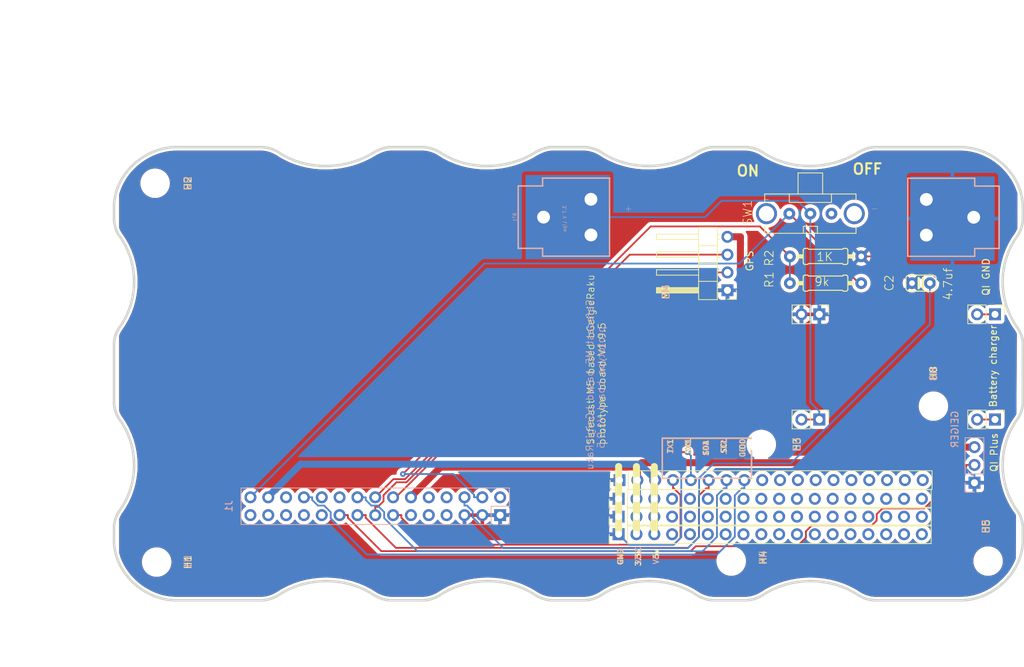
<source format=kicad_pcb>
(kicad_pcb (version 20201002) (generator pcbnew)
  (layers (0 "F.Cu" signal) (31 "B.Cu" signal) (34 "B.Paste" user) (35 "F.Paste" user) (36 "B.SilkS" user "B.Silkscreen") (37 "F.SilkS" user "F.Silkscreen") (38 "B.Mask" user) (39 "F.Mask" user) (44 "Edge.Cuts" user))
  (net 0 "")
  (net 1 "GND")
  (net 2 "Net-(J1-Pad30)")
  (net 3 "/RX2")
  (net 4 "/TX2")
  (net 5 "Net-(J1-Pad4)")
  (net 6 "3.3V")
  (net 7 "5V")
  (net 8 "/GIO0")
  (net 9 "/GIO2")
  (net 10 "/SCL")
  (net 11 "/SDA")
  (net 12 "/RX1")
  (net 13 "/TX1")
  (net 14 "/VBATT")
  (net 15 "/Reset")
  (net 16 "Net-(J9-Pad1)")
  (net 17 "Net-(J10-Pad1)")
  (net 18 "Net-(J1-Pad29)")
  (net 19 "Net-(J1-Pad27)")
  (net 20 "/GIO34")
  (net 21 "Net-(J1-Pad25)")
  (net 22 "Net-(J1-Pad23)")
  (net 23 "/GIO13")
  (net 24 "Net-(J1-Pad21)")
  (net 25 "/GIO5")
  (net 26 "Net-(J1-Pad11)")
  (net 27 "Net-(J1-Pad10)")
  (net 28 "Net-(J1-Pad9)")
  (net 29 "Net-(J1-Pad8)")
  (net 30 "Net-(J1-Pad7)")
  (net 31 "/AD1")
  (net 32 "Net-(J4-Pad18)")
  (net 33 "Net-(J4-Pad17)")
  (net 34 "Net-(J4-Pad16)")
  (net 35 "Net-(J4-Pad15)")
  (net 36 "Net-(J4-Pad14)")
  (net 37 "Net-(J4-Pad13)")
  (net 38 "Net-(J4-Pad12)")
  (net 39 "Net-(J4-Pad11)")
  (net 40 "Net-(J4-Pad10)")
  (net 41 "Net-(J4-Pad9)")
  (net 42 "Net-(J4-Pad8)")
  (net 43 "Net-(J4-Pad7)")
  (net 44 "Net-(J4-Pad6)")
  (net 45 "Net-(J4-Pad5)")
  (net 46 "Net-(J4-Pad4)")
  (net 47 "Net-(J5-Pad18)")
  (net 48 "Net-(J5-Pad17)")
  (net 49 "Net-(J5-Pad16)")
  (net 50 "Net-(J5-Pad15)")
  (net 51 "Net-(J5-Pad14)")
  (net 52 "Net-(J5-Pad13)")
  (net 53 "Net-(J5-Pad12)")
  (net 54 "Net-(J5-Pad11)")
  (net 55 "Net-(J5-Pad10)")
  (net 56 "Net-(J5-Pad9)")
  (net 57 "Net-(J5-Pad8)")
  (net 58 "Net-(J5-Pad7)")
  (net 59 "Net-(J5-Pad6)")
  (net 60 "Net-(J5-Pad5)")
  (net 61 "Net-(J5-Pad4)")
  (net 62 "Net-(J6-Pad18)")
  (net 63 "Net-(J6-Pad17)")
  (net 64 "Net-(J6-Pad16)")
  (net 65 "Net-(J6-Pad15)")
  (net 66 "Net-(J6-Pad14)")
  (net 67 "Net-(J6-Pad13)")
  (net 68 "Net-(J6-Pad12)")
  (net 69 "Net-(J6-Pad11)")
  (net 70 "Net-(J6-Pad10)")
  (net 71 "Net-(J6-Pad9)")
  (net 72 "Net-(J6-Pad8)")
  (net 73 "Net-(J6-Pad7)")
  (net 74 "Net-(J6-Pad6)")
  (net 75 "Net-(J6-Pad5)")
  (net 76 "Net-(J6-Pad4)")
  (net 77 "Net-(J7-Pad18)")
  (net 78 "Net-(J7-Pad17)")
  (net 79 "Net-(J7-Pad16)")
  (net 80 "Net-(J7-Pad15)")
  (net 81 "Net-(J7-Pad14)")
  (net 82 "Net-(J7-Pad13)")
  (net 83 "Net-(J7-Pad12)")
  (net 84 "Net-(J7-Pad11)")
  (net 85 "Net-(J7-Pad10)")
  (net 86 "Net-(J7-Pad9)")
  (net 87 "Net-(SW1-Pad1)")
  (net 88 "Net-(H1-Pad1)")
  (net 89 "Net-(H2-Pad1)")
  (net 90 "Net-(H3-Pad1)")
  (net 91 "Net-(H4-Pad1)")
  (net 92 "Net-(H5-Pad1)")
  (net 93 "Net-(H8-Pad1)")
  (module "bGeigieNano V1.1.5:0207_10" (layer "F.Cu") (at 185.903 82.244)
    (fp_text reference "R2" (at -7.315282 -1.016 90) (layer "F.SilkS") (effects (font (size 1.2065 1.2065) (thickness 0.12065)) (justify right bottom)))
    (fp_text value "1K" (at 1.1426 0.762) (layer "F.SilkS") (effects (font (size 1.2065 1.2065) (thickness 0.12065)) (justify right bottom)))
    (pad "1" thru_hole circle (at -5.08 0) (size 1.6764 1.6764) (drill 0.8128) (layers *.Cu *.Mask) (net 5 "Net-(J1-Pad4)"))
    (pad "2" thru_hole circle (at 5.08 0) (size 1.6764 1.6764) (drill 0.8128) (layers *.Cu *.Mask) (net 1 "GND"))
  )
  (module "MountingHole:MountingHole_3.2mm_M3" (layer "F.Cu") (at 90.6526 125.805)
    (fp_text reference "H1" (at 4.445 0 90) (layer "F.SilkS"))
    (fp_text value "MountingHole_Pad" hide)
    (fp_text user "${REFERENCE}" (at 4.445 0 90) (layer "B.SilkS") (effects (justify mirror)))
    (pad "1" np_thru_hole circle (at 0 0) (size 3.2 3.2) (drill 3.2) (layers *.Cu *.Mask) (net 88 "Net-(H1-Pad1)"))
  )
  (module "Connector_PinHeader_2.54mm:PinHeader_1x02_P2.54mm_Vertical" (layer "F.Cu") (at 210.033 105.485 -90)
    (fp_text reference "J10" hide)
    (fp_text value "QI GND" (at -20.32 1.27 90) (layer "F.SilkS"))
    (pad "1" thru_hole rect (at 0 0 270) (size 1.7 1.7) (drill 1) (layers *.Cu *.Mask) (net 17 "Net-(J10-Pad1)"))
    (pad "2" thru_hole oval (at 0 2.54 270) (size 1.7 1.7) (drill 1) (layers *.Cu *.Mask) (net 17 "Net-(J10-Pad1)"))
  )
  (module "Connector_PinHeader_2.54mm:PinHeader_1x04_P2.54mm_Horizontal" (layer "F.Cu") (at 171.933 87.07 180)
    (fp_text reference "J3" hide)
    (fp_text value "GPS" (at -3.1746 4.191 270) (layer "F.SilkS"))
    (pad "1" thru_hole rect (at 0 0 180) (size 1.7 1.7) (drill 1) (layers *.Cu *.Mask) (net 1 "GND"))
    (pad "2" thru_hole oval (at 0 2.54 180) (size 1.7 1.7) (drill 1) (layers *.Cu *.Mask) (net 4 "/TX2"))
    (pad "3" thru_hole oval (at 0 5.08 180) (size 1.7 1.7) (drill 1) (layers *.Cu *.Mask) (net 3 "/RX2"))
    (pad "4" thru_hole oval (at 0 7.62 180) (size 1.7 1.7) (drill 1) (layers *.Cu *.Mask) (net 6 "3.3V"))
  )
  (module "bGeigieNanoKit V1.1r5a:EG1206" (layer "F.Cu") (at 183.744 76.148 180)
    (fp_text reference "SW1" (at 9.6524 -1.778 270) (layer "F.SilkS") (effects (font (size 1.2065 1.2065) (thickness 0.09652)) (justify left top)))
    (fp_text value "SW_SPDT" hide)
    (pad "1" thru_hole circle (at -3 0 180) (size 1.6764 1.6764) (drill 0.8) (layers *.Cu *.Mask) (net 87 "Net-(SW1-Pad1)"))
    (pad "2" thru_hole circle (at 0 0 180) (size 1.6764 1.6764) (drill 0.8) (layers *.Cu *.Mask) (net 14 "/VBATT"))
    (pad "3" thru_hole circle (at 3 0 180) (size 1.6764 1.6764) (drill 0.8) (layers *.Cu *.Mask) (net 2 "Net-(J1-Pad30)"))
    (pad "MT1" thru_hole circle (at -6.25 0 180) (size 3 3) (drill 2.2) (layers *.Cu *.Mask))
    (pad "MT2" thru_hole circle (at 6.25 0 180) (size 3 3) (drill 2.2) (layers *.Cu *.Mask))
  )
  (module "bGeigieNano V1.1.5:C025-024X044" (layer "F.Cu") (at 199.492 86.054 180)
    (fp_text reference "C2" (at 3.8104 1.27 90) (layer "F.SilkS") (effects (font (size 1.2065 1.2065) (thickness 0.12065)) (justify right bottom)))
    (fp_text value "4.7uf" (at -4.5716 2.286 90) (layer "F.SilkS") (effects (font (size 1.2065 1.2065) (thickness 0.12065)) (justify right bottom)))
    (pad "1" thru_hole circle (at -1.27 0 180) (size 1.6764 1.6764) (drill 0.8128) (layers *.Cu *.Mask) (net 15 "/Reset"))
    (pad "2" thru_hole circle (at 1.27 0 180) (size 1.6764 1.6764) (drill 0.8128) (layers *.Cu *.Mask) (net 1 "GND"))
  )
  (module "MountingHole:MountingHole_3.2mm_M3" (layer "F.Cu") (at 201.27 103.58)
    (fp_text reference "H8" (at 0 -4.699 90) (layer "F.SilkS"))
    (fp_text value "MountingHole_Pad" hide)
    (fp_text user "${REFERENCE}" (at 0 -4.572 90) (layer "B.SilkS") (effects (justify mirror)))
    (pad "1" np_thru_hole circle (at 0 0) (size 3.2 3.2) (drill 3.2) (layers *.Cu *.Mask) (net 93 "Net-(H8-Pad1)"))
  )
  (module "MountingHole:MountingHole_3.2mm_M3" (layer "F.Cu") (at 176.759 109.041)
    (fp_text reference "H3" (at 5.0796 0 90) (layer "F.SilkS"))
    (fp_text value "MountingHole_Pad" hide)
    (fp_text user "${REFERENCE}" (at 5.0796 0 90) (layer "B.SilkS") (effects (justify mirror)))
    (pad "1" np_thru_hole circle (at 0 0) (size 3.2 3.2) (drill 3.2) (layers *.Cu *.Mask) (net 90 "Net-(H3-Pad1)"))
  )
  (module "Connector_PinHeader_2.54mm:PinHeader_1x02_P2.54mm_Vertical" (layer "F.Cu") (at 210.033 90.499 -90)
    (fp_text reference "J9" hide)
    (fp_text value "QI Plus" (at 19.685 0.1274 90) (layer "F.SilkS"))
    (pad "1" thru_hole rect (at 0 0 270) (size 1.7 1.7) (drill 1) (layers *.Cu *.Mask) (net 16 "Net-(J9-Pad1)"))
    (pad "2" thru_hole oval (at 0 2.54 270) (size 1.7 1.7) (drill 1) (layers *.Cu *.Mask) (net 16 "Net-(J9-Pad1)"))
  )
  (module "Connector_PinHeader_2.54mm:PinHeader_1x18_P2.54mm_Vertical" (layer "F.Cu") (at 156.566 114.121 90)
    (fp_text reference "J7" hide)
    (fp_text value "Conn_01x14_Female" hide)
    (pad "1" thru_hole rect (at 0 0 90) (size 1.7 1.7) (drill 1) (layers *.Cu *.Mask) (net 1 "GND"))
    (pad "2" thru_hole oval (at 0 2.54 90) (size 1.7 1.7) (drill 1) (layers *.Cu *.Mask) (net 6 "3.3V"))
    (pad "3" thru_hole oval (at 0 5.08 90) (size 1.7 1.7) (drill 1) (layers *.Cu *.Mask) (net 7 "5V"))
    (pad "4" thru_hole oval (at 0 7.62 90) (size 1.7 1.7) (drill 1) (layers *.Cu *.Mask) (net 13 "/TX1"))
    (pad "5" thru_hole oval (at 0 10.16 90) (size 1.7 1.7) (drill 1) (layers *.Cu *.Mask) (net 12 "/RX1"))
    (pad "6" thru_hole oval (at 0 12.7 90) (size 1.7 1.7) (drill 1) (layers *.Cu *.Mask) (net 11 "/SDA"))
    (pad "7" thru_hole oval (at 0 15.24 90) (size 1.7 1.7) (drill 1) (layers *.Cu *.Mask) (net 10 "/SCL"))
    (pad "8" thru_hole oval (at 0 17.78 90) (size 1.7 1.7) (drill 1) (layers *.Cu *.Mask) (net 8 "/GIO0"))
    (pad "9" thru_hole oval (at 0 20.32 90) (size 1.7 1.7) (drill 1) (layers *.Cu *.Mask) (net 86 "Net-(J7-Pad9)"))
    (pad "10" thru_hole oval (at 0 22.86 90) (size 1.7 1.7) (drill 1) (layers *.Cu *.Mask) (net 85 "Net-(J7-Pad10)"))
    (pad "11" thru_hole oval (at 0 25.4 90) (size 1.7 1.7) (drill 1) (layers *.Cu *.Mask) (net 84 "Net-(J7-Pad11)"))
    (pad "12" thru_hole oval (at 0 27.94 90) (size 1.7 1.7) (drill 1) (layers *.Cu *.Mask) (net 83 "Net-(J7-Pad12)"))
    (pad "13" thru_hole oval (at 0 30.48 90) (size 1.7 1.7) (drill 1) (layers *.Cu *.Mask) (net 82 "Net-(J7-Pad13)"))
    (pad "14" thru_hole oval (at 0 33.02 90) (size 1.7 1.7) (drill 1) (layers *.Cu *.Mask) (net 81 "Net-(J7-Pad14)"))
    (pad "15" thru_hole oval (at 0 35.56 90) (size 1.7 1.7) (drill 1) (layers *.Cu *.Mask) (net 80 "Net-(J7-Pad15)"))
    (pad "16" thru_hole oval (at 0 38.1 90) (size 1.7 1.7) (drill 1) (layers *.Cu *.Mask) (net 79 "Net-(J7-Pad16)"))
    (pad "17" thru_hole oval (at 0 40.64 90) (size 1.7 1.7) (drill 1) (layers *.Cu *.Mask) (net 78 "Net-(J7-Pad17)"))
    (pad "18" thru_hole oval (at 0 43.18 90) (size 1.7 1.7) (drill 1) (layers *.Cu *.Mask) (net 77 "Net-(J7-Pad18)"))
  )
  (module "MountingHole:MountingHole_3.2mm_M3" (layer "F.Cu") (at 172.476 125.664)
    (fp_text reference "H4" (at 4.5366 -0.494 90) (layer "F.SilkS"))
    (fp_text value "MountingHole_Pad" hide)
    (fp_text user "${REFERENCE}" (at 4.5366 -0.494 90) (layer "B.SilkS") (effects (justify mirror)))
    (pad "1" np_thru_hole circle (at 0 0) (size 3.2 3.2) (drill 3.2) (layers *.Cu *.Mask) (net 91 "Net-(H4-Pad1)"))
  )
  (module "Connector_PinHeader_2.54mm:PinHeader_1x18_P2.54mm_Vertical" (layer "F.Cu") (at 156.439 119.328 90)
    (fp_text reference "J6" hide)
    (fp_text value "Conn_01x14_Female" hide)
    (pad "1" thru_hole rect (at 0 0 90) (size 1.7 1.7) (drill 1) (layers *.Cu *.Mask) (net 1 "GND"))
    (pad "2" thru_hole oval (at 0 2.54 90) (size 1.7 1.7) (drill 1) (layers *.Cu *.Mask) (net 6 "3.3V"))
    (pad "3" thru_hole oval (at 0 5.08 90) (size 1.7 1.7) (drill 1) (layers *.Cu *.Mask) (net 7 "5V"))
    (pad "4" thru_hole oval (at 0 7.62 90) (size 1.7 1.7) (drill 1) (layers *.Cu *.Mask) (net 76 "Net-(J6-Pad4)"))
    (pad "5" thru_hole oval (at 0 10.16 90) (size 1.7 1.7) (drill 1) (layers *.Cu *.Mask) (net 75 "Net-(J6-Pad5)"))
    (pad "6" thru_hole oval (at 0 12.7 90) (size 1.7 1.7) (drill 1) (layers *.Cu *.Mask) (net 74 "Net-(J6-Pad6)"))
    (pad "7" thru_hole oval (at 0 15.24 90) (size 1.7 1.7) (drill 1) (layers *.Cu *.Mask) (net 73 "Net-(J6-Pad7)"))
    (pad "8" thru_hole oval (at 0 17.78 90) (size 1.7 1.7) (drill 1) (layers *.Cu *.Mask) (net 72 "Net-(J6-Pad8)"))
    (pad "9" thru_hole oval (at 0 20.32 90) (size 1.7 1.7) (drill 1) (layers *.Cu *.Mask) (net 71 "Net-(J6-Pad9)"))
    (pad "10" thru_hole oval (at 0 22.86 90) (size 1.7 1.7) (drill 1) (layers *.Cu *.Mask) (net 70 "Net-(J6-Pad10)"))
    (pad "11" thru_hole oval (at 0 25.4 90) (size 1.7 1.7) (drill 1) (layers *.Cu *.Mask) (net 69 "Net-(J6-Pad11)"))
    (pad "12" thru_hole oval (at 0 27.94 90) (size 1.7 1.7) (drill 1) (layers *.Cu *.Mask) (net 68 "Net-(J6-Pad12)"))
    (pad "13" thru_hole oval (at 0 30.48 90) (size 1.7 1.7) (drill 1) (layers *.Cu *.Mask) (net 67 "Net-(J6-Pad13)"))
    (pad "14" thru_hole oval (at 0 33.02 90) (size 1.7 1.7) (drill 1) (layers *.Cu *.Mask) (net 66 "Net-(J6-Pad14)"))
    (pad "15" thru_hole oval (at 0 35.56 90) (size 1.7 1.7) (drill 1) (layers *.Cu *.Mask) (net 65 "Net-(J6-Pad15)"))
    (pad "16" thru_hole oval (at 0 38.1 90) (size 1.7 1.7) (drill 1) (layers *.Cu *.Mask) (net 64 "Net-(J6-Pad16)"))
    (pad "17" thru_hole oval (at 0 40.64 90) (size 1.7 1.7) (drill 1) (layers *.Cu *.Mask) (net 63 "Net-(J6-Pad17)"))
    (pad "18" thru_hole oval (at 0 43.18 90) (size 1.7 1.7) (drill 1) (layers *.Cu *.Mask) (net 62 "Net-(J6-Pad18)"))
  )
  (module "bGeigieNano V1.1.5:0207_10" (layer "F.Cu") (at 185.903 86.054 180)
    (fp_text reference "R1" (at 7.315282 -0.762 90) (layer "F.SilkS") (effects (font (size 1.2065 1.2065) (thickness 0.12065)) (justify left bottom)))
    (fp_text value "9k" (at 1.6514 -0.508) (layer "F.SilkS") (effects (font (size 1.2065 1.2065) (thickness 0.12065)) (justify left bottom)))
    (pad "1" thru_hole circle (at -5.08 0 180) (size 1.6764 1.6764) (drill 0.8128) (layers *.Cu *.Mask) (net 2 "Net-(J1-Pad30)"))
    (pad "2" thru_hole circle (at 5.08 0 180) (size 1.6764 1.6764) (drill 0.8128) (layers *.Cu *.Mask) (net 5 "Net-(J1-Pad4)"))
  )
  (module "Connector_PinHeader_2.54mm:PinHeader_1x18_P2.54mm_Vertical" (layer "F.Cu") (at 156.439 116.788 90)
    (fp_text reference "J4" hide)
    (fp_text value "Conn_01x14_Female" hide)
    (pad "1" thru_hole rect (at 0 0 90) (size 1.7 1.7) (drill 1) (layers *.Cu *.Mask) (net 1 "GND"))
    (pad "2" thru_hole oval (at 0 2.54 90) (size 1.7 1.7) (drill 1) (layers *.Cu *.Mask) (net 6 "3.3V"))
    (pad "3" thru_hole oval (at 0 5.08 90) (size 1.7 1.7) (drill 1) (layers *.Cu *.Mask) (net 7 "5V"))
    (pad "4" thru_hole oval (at 0 7.62 90) (size 1.7 1.7) (drill 1) (layers *.Cu *.Mask) (net 46 "Net-(J4-Pad4)"))
    (pad "5" thru_hole oval (at 0 10.16 90) (size 1.7 1.7) (drill 1) (layers *.Cu *.Mask) (net 45 "Net-(J4-Pad5)"))
    (pad "6" thru_hole oval (at 0 12.7 90) (size 1.7 1.7) (drill 1) (layers *.Cu *.Mask) (net 44 "Net-(J4-Pad6)"))
    (pad "7" thru_hole oval (at 0 15.24 90) (size 1.7 1.7) (drill 1) (layers *.Cu *.Mask) (net 43 "Net-(J4-Pad7)"))
    (pad "8" thru_hole oval (at 0 17.78 90) (size 1.7 1.7) (drill 1) (layers *.Cu *.Mask) (net 42 "Net-(J4-Pad8)"))
    (pad "9" thru_hole oval (at 0 20.32 90) (size 1.7 1.7) (drill 1) (layers *.Cu *.Mask) (net 41 "Net-(J4-Pad9)"))
    (pad "10" thru_hole oval (at 0 22.86 90) (size 1.7 1.7) (drill 1) (layers *.Cu *.Mask) (net 40 "Net-(J4-Pad10)"))
    (pad "11" thru_hole oval (at 0 25.4 90) (size 1.7 1.7) (drill 1) (layers *.Cu *.Mask) (net 39 "Net-(J4-Pad11)"))
    (pad "12" thru_hole oval (at 0 27.94 90) (size 1.7 1.7) (drill 1) (layers *.Cu *.Mask) (net 38 "Net-(J4-Pad12)"))
    (pad "13" thru_hole oval (at 0 30.48 90) (size 1.7 1.7) (drill 1) (layers *.Cu *.Mask) (net 37 "Net-(J4-Pad13)"))
    (pad "14" thru_hole oval (at 0 33.02 90) (size 1.7 1.7) (drill 1) (layers *.Cu *.Mask) (net 36 "Net-(J4-Pad14)"))
    (pad "15" thru_hole oval (at 0 35.56 90) (size 1.7 1.7) (drill 1) (layers *.Cu *.Mask) (net 35 "Net-(J4-Pad15)"))
    (pad "16" thru_hole oval (at 0 38.1 90) (size 1.7 1.7) (drill 1) (layers *.Cu *.Mask) (net 34 "Net-(J4-Pad16)"))
    (pad "17" thru_hole oval (at 0 40.64 90) (size 1.7 1.7) (drill 1) (layers *.Cu *.Mask) (net 33 "Net-(J4-Pad17)"))
    (pad "18" thru_hole oval (at 0 43.18 90) (size 1.7 1.7) (drill 1) (layers *.Cu *.Mask) (net 32 "Net-(J4-Pad18)"))
  )
  (module "Connector_PinHeader_2.54mm:PinHeader_1x18_P2.54mm_Vertical" (layer "F.Cu") (at 156.439 121.84 90)
    (fp_text reference "J5" hide)
    (fp_text value "Conn_01x14_Female" hide)
    (pad "1" thru_hole rect (at 0 0 90) (size 1.7 1.7) (drill 1) (layers *.Cu *.Mask) (net 1 "GND"))
    (pad "2" thru_hole oval (at 0 2.54 90) (size 1.7 1.7) (drill 1) (layers *.Cu *.Mask) (net 6 "3.3V"))
    (pad "3" thru_hole oval (at 0 5.08 90) (size 1.7 1.7) (drill 1) (layers *.Cu *.Mask) (net 7 "5V"))
    (pad "4" thru_hole oval (at 0 7.62 90) (size 1.7 1.7) (drill 1) (layers *.Cu *.Mask) (net 61 "Net-(J5-Pad4)"))
    (pad "5" thru_hole oval (at 0 10.16 90) (size 1.7 1.7) (drill 1) (layers *.Cu *.Mask) (net 60 "Net-(J5-Pad5)"))
    (pad "6" thru_hole oval (at 0 12.7 90) (size 1.7 1.7) (drill 1) (layers *.Cu *.Mask) (net 59 "Net-(J5-Pad6)"))
    (pad "7" thru_hole oval (at 0 15.24 90) (size 1.7 1.7) (drill 1) (layers *.Cu *.Mask) (net 58 "Net-(J5-Pad7)"))
    (pad "8" thru_hole oval (at 0 17.78 90) (size 1.7 1.7) (drill 1) (layers *.Cu *.Mask) (net 57 "Net-(J5-Pad8)"))
    (pad "9" thru_hole oval (at 0 20.32 90) (size 1.7 1.7) (drill 1) (layers *.Cu *.Mask) (net 56 "Net-(J5-Pad9)"))
    (pad "10" thru_hole oval (at 0 22.86 90) (size 1.7 1.7) (drill 1) (layers *.Cu *.Mask) (net 55 "Net-(J5-Pad10)"))
    (pad "11" thru_hole oval (at 0 25.4 90) (size 1.7 1.7) (drill 1) (layers *.Cu *.Mask) (net 54 "Net-(J5-Pad11)"))
    (pad "12" thru_hole oval (at 0 27.94 90) (size 1.7 1.7) (drill 1) (layers *.Cu *.Mask) (net 53 "Net-(J5-Pad12)"))
    (pad "13" thru_hole oval (at 0 30.48 90) (size 1.7 1.7) (drill 1) (layers *.Cu *.Mask) (net 52 "Net-(J5-Pad13)"))
    (pad "14" thru_hole oval (at 0 33.02 90) (size 1.7 1.7) (drill 1) (layers *.Cu *.Mask) (net 51 "Net-(J5-Pad14)"))
    (pad "15" thru_hole oval (at 0 35.56 90) (size 1.7 1.7) (drill 1) (layers *.Cu *.Mask) (net 50 "Net-(J5-Pad15)"))
    (pad "16" thru_hole oval (at 0 38.1 90) (size 1.7 1.7) (drill 1) (layers *.Cu *.Mask) (net 49 "Net-(J5-Pad16)"))
    (pad "17" thru_hole oval (at 0 40.64 90) (size 1.7 1.7) (drill 1) (layers *.Cu *.Mask) (net 48 "Net-(J5-Pad17)"))
    (pad "18" thru_hole oval (at 0 43.18 90) (size 1.7 1.7) (drill 1) (layers *.Cu *.Mask) (net 47 "Net-(J5-Pad18)"))
  )
  (module "MountingHole:MountingHole_3.2mm_M3" (layer "F.Cu") (at 209.052 125.664)
    (fp_text reference "H5" (at -0.289 -4.939 90) (layer "F.SilkS"))
    (fp_text value "MountingHole_Pad" hide)
    (fp_text user "${REFERENCE}" (at -0.289 -4.939 90) (layer "B.SilkS") (effects (justify mirror)))
    (pad "1" np_thru_hole circle (at 0 0) (size 3.2 3.2) (drill 3.2) (layers *.Cu *.Mask) (net 92 "Net-(H5-Pad1)"))
  )
  (module "Connector_PinHeader_2.54mm:PinHeader_1x02_P2.54mm_Vertical" (layer "F.Cu") (at 185.014 90.499 -90)
    (fp_text reference "J8" hide)
    (fp_text value "QI charger GND" hide)
    (pad "1" thru_hole rect (at 0 0 270) (size 1.7 1.7) (drill 1) (layers *.Cu *.Mask) (net 1 "GND"))
    (pad "2" thru_hole oval (at 0 2.54 270) (size 1.7 1.7) (drill 1) (layers *.Cu *.Mask) (net 1 "GND"))
  )
  (module "Connector_PinHeader_2.54mm:PinHeader_1x02_P2.54mm_Vertical" (layer "F.Cu") (at 185.014 105.485 -90)
    (fp_text reference "J11" hide)
    (fp_text value "QI charger Plus" hide)
    (pad "1" thru_hole rect (at 0 0 270) (size 1.7 1.7) (drill 1) (layers *.Cu *.Mask) (net 14 "/VBATT"))
    (pad "2" thru_hole oval (at 0 2.54 270) (size 1.7 1.7) (drill 1) (layers *.Cu *.Mask) (net 14 "/VBATT"))
  )
  (module "MountingHole:MountingHole_3.2mm_M3" (layer "F.Cu") (at 90.4338 71.8155)
    (fp_text reference "H2" (at 4.6638 0.0145 90) (layer "F.SilkS"))
    (fp_text value "MountingHole_Pad" hide)
    (fp_text user "${REFERENCE}" (at 4.6638 0.0145 90) (layer "B.SilkS") (effects (justify mirror)))
    (pad "1" np_thru_hole circle (at 0 0) (size 3.2 3.2) (drill 3.2) (layers *.Cu *.Mask) (net 89 "Net-(H2-Pad1)"))
  )
  (module "Connector_PinHeader_2.54mm:PinHeader_2x15_P2.54mm_Vertical" (layer "B.Cu") (at 139.564 119.114 90)
    (fp_text reference "J1" (at 1.27 -38.6244 90) (layer "B.SilkS") (effects (justify mirror)))
    (fp_text value "M5 2x15 pin" hide)
    (pad "1" thru_hole rect (at 0 0 90) (size 1.7 1.7) (drill 1) (layers *.Cu *.Mask) (net 1 "GND"))
    (pad "2" thru_hole oval (at 2.54 0 90) (size 1.7 1.7) (drill 1) (layers *.Cu *.Mask) (net 31 "/AD1"))
    (pad "3" thru_hole oval (at 0 -2.54 90) (size 1.7 1.7) (drill 1) (layers *.Cu *.Mask) (net 1 "GND"))
    (pad "4" thru_hole oval (at 2.54 -2.54 90) (size 1.7 1.7) (drill 1) (layers *.Cu *.Mask) (net 5 "Net-(J1-Pad4)"))
    (pad "5" thru_hole oval (at 0 -5.08 90) (size 1.7 1.7) (drill 1) (layers *.Cu *.Mask) (net 1 "GND"))
    (pad "6" thru_hole oval (at 2.54 -5.08 90) (size 1.7 1.7) (drill 1) (layers *.Cu *.Mask) (net 15 "/Reset"))
    (pad "7" thru_hole oval (at 0 -7.62 90) (size 1.7 1.7) (drill 1) (layers *.Cu *.Mask) (net 30 "Net-(J1-Pad7)"))
    (pad "8" thru_hole oval (at 2.54 -7.62 90) (size 1.7 1.7) (drill 1) (layers *.Cu *.Mask) (net 29 "Net-(J1-Pad8)"))
    (pad "9" thru_hole oval (at 0 -10.16 90) (size 1.7 1.7) (drill 1) (layers *.Cu *.Mask) (net 28 "Net-(J1-Pad9)"))
    (pad "10" thru_hole oval (at 2.54 -10.16 90) (size 1.7 1.7) (drill 1) (layers *.Cu *.Mask) (net 27 "Net-(J1-Pad10)"))
    (pad "11" thru_hole oval (at 0 -12.7 90) (size 1.7 1.7) (drill 1) (layers *.Cu *.Mask) (net 26 "Net-(J1-Pad11)"))
    (pad "12" thru_hole oval (at 2.54 -12.7 90) (size 1.7 1.7) (drill 1) (layers *.Cu *.Mask) (net 6 "3.3V"))
    (pad "13" thru_hole oval (at 0 -15.24 90) (size 1.7 1.7) (drill 1) (layers *.Cu *.Mask) (net 13 "/TX1"))
    (pad "14" thru_hole oval (at 2.54 -15.24 90) (size 1.7 1.7) (drill 1) (layers *.Cu *.Mask) (net 12 "/RX1"))
    (pad "15" thru_hole oval (at 0 -17.78 90) (size 1.7 1.7) (drill 1) (layers *.Cu *.Mask) (net 4 "/TX2"))
    (pad "16" thru_hole oval (at 2.54 -17.78 90) (size 1.7 1.7) (drill 1) (layers *.Cu *.Mask) (net 3 "/RX2"))
    (pad "17" thru_hole oval (at 0 -20.32 90) (size 1.7 1.7) (drill 1) (layers *.Cu *.Mask) (net 11 "/SDA"))
    (pad "18" thru_hole oval (at 2.54 -20.32 90) (size 1.7 1.7) (drill 1) (layers *.Cu *.Mask) (net 10 "/SCL"))
    (pad "19" thru_hole oval (at 0 -22.86 90) (size 1.7 1.7) (drill 1) (layers *.Cu *.Mask) (net 9 "/GIO2"))
    (pad "20" thru_hole oval (at 2.54 -22.86 90) (size 1.7 1.7) (drill 1) (layers *.Cu *.Mask) (net 25 "/GIO5"))
    (pad "21" thru_hole oval (at 0 -25.4 90) (size 1.7 1.7) (drill 1) (layers *.Cu *.Mask) (net 24 "Net-(J1-Pad21)"))
    (pad "22" thru_hole oval (at 2.54 -25.4 90) (size 1.7 1.7) (drill 1) (layers *.Cu *.Mask) (net 23 "/GIO13"))
    (pad "23" thru_hole oval (at 0 -27.94 90) (size 1.7 1.7) (drill 1) (layers *.Cu *.Mask) (net 22 "Net-(J1-Pad23)"))
    (pad "24" thru_hole oval (at 2.54 -27.94 90) (size 1.7 1.7) (drill 1) (layers *.Cu *.Mask) (net 8 "/GIO0"))
    (pad "25" thru_hole oval (at 0 -30.48 90) (size 1.7 1.7) (drill 1) (layers *.Cu *.Mask) (net 21 "Net-(J1-Pad25)"))
    (pad "26" thru_hole oval (at 2.54 -30.48 90) (size 1.7 1.7) (drill 1) (layers *.Cu *.Mask) (net 20 "/GIO34"))
    (pad "27" thru_hole oval (at 0 -33.02 90) (size 1.7 1.7) (drill 1) (layers *.Cu *.Mask) (net 19 "Net-(J1-Pad27)"))
    (pad "28" thru_hole oval (at 2.54 -33.02 90) (size 1.7 1.7) (drill 1) (layers *.Cu *.Mask) (net 7 "5V"))
    (pad "29" thru_hole oval (at 0 -35.56 90) (size 1.7 1.7) (drill 1) (layers *.Cu *.Mask) (net 18 "Net-(J1-Pad29)"))
    (pad "30" thru_hole oval (at 2.54 -35.56 90) (size 1.7 1.7) (drill 1) (layers *.Cu *.Mask) (net 2 "Net-(J1-Pad30)"))
  )
  (module "Battery_Holders:BATTERY_18650-HOLDER" (layer "B.Cu") (at 176.378 76.656)
    (fp_text reference "BT1" (at -34.7218 0 -90) (layer "B.SilkS") (effects (font (size 0.48 0.48) (thickness 0.05)) (justify mirror)))
    (fp_text value " 3.7 V Lipo" (at -27.6352 0 -90) (layer "B.SilkS") (effects (font (size 0.48 0.48) (thickness 0.05)) (justify mirror)))
    (fp_text user "-" (at 16.51 -1.27) (layer "B.SilkS") (effects (font (thickness 0.05)) (justify mirror)))
    (fp_text user "+" (at -18.542 -1.27) (layer "B.SilkS") (effects (font (thickness 0.05)) (justify mirror)))
    (pad "1" thru_hole circle (at -30.628 -0.01) (size 2.7432 2.7432) (drill 1.8288) (layers *.Cu *.Mask) (net 14 "/VBATT"))
    (pad "1" smd rect (at -27.2 -0.01) (size 12 12) (layers "B.Cu" "B.Paste" "B.Mask") (net 14 "/VBATT"))
    (pad "2" smd rect (at 27.6 0.2 180) (size 12 12) (layers "B.Cu" "B.Paste" "B.Mask") (net 1 "GND"))
    (pad "2" thru_hole circle (at 30.628 0.01 180) (size 2.7432 2.7432) (drill 1.8288) (layers *.Cu *.Mask) (net 1 "GND"))
    (pad "GND@2" thru_hole circle (at 23.88 2.55 90) (size 2.7432 2.7432) (drill 1.8288) (layers *.Cu *.Mask))
    (pad "GND@3" thru_hole circle (at 23.88 -2.53 90) (size 2.7432 2.7432) (drill 1.8288) (layers *.Cu *.Mask))
    (pad "PWR@2" thru_hole circle (at -23.88 2.53 270) (size 2.7432 2.7432) (drill 1.8288) (layers *.Cu *.Mask))
    (pad "PWR@3" thru_hole circle (at -23.88 -2.55 270) (size 2.7432 2.7432) (drill 1.8288) (layers *.Cu *.Mask))
  )
  (module "Connector_PinHeader_2.54mm:PinHeader_1x03_P2.54mm_Vertical" (layer "B.Cu") (at 207.112 114.502)
    (fp_text reference "J2" hide)
    (fp_text value "Geiger" hide)
    (fp_text user "GEIGER " (at -2.794 -7.239 270) (layer "B.SilkS") (effects (justify mirror)))
    (pad "1" thru_hole rect (at 0 0) (size 1.7 1.7) (drill 1) (layers *.Cu *.Mask) (net 1 "GND"))
    (pad "2" thru_hole oval (at 0 -2.54) (size 1.7 1.7) (drill 1) (layers *.Cu *.Mask) (net 9 "/GIO2"))
    (pad "3" thru_hole oval (at 0 -5.08) (size 1.7 1.7) (drill 1) (layers *.Cu *.Mask) (net 6 "3.3V"))
  )
  (gr_line (start 162.6616 113.867) (end 175.3616 113.867) (layer "B.SilkS") (width 0.2))
  (gr_line (start 175.3616 113.867) (end 175.3616 108.152) (layer "B.SilkS") (width 0.2))
  (gr_line (start 162.6616 108.152) (end 162.6616 113.867) (layer "B.SilkS") (width 0.2))
  (gr_line (start 175.3616 108.152) (end 162.6616 108.152) (layer "B.SilkS") (width 0.2))
  (gr_line (start 156.4386 112.188288) (end 156.4386 121.586288) (layer "F.SilkS") (width 1))
  (gr_line (start 162.6616 113.867) (end 162.6616 108.152) (layer "F.SilkS") (width 0.2))
  (gr_line (start 175.3616 113.867) (end 162.6616 113.867) (layer "F.SilkS") (width 0.2))
  (gr_line (start 162.6616 108.152) (end 175.3616 108.152) (layer "F.SilkS") (width 0.2))
  (gr_line (start 161.5186 112.188288) (end 161.5186 121.332288) (layer "F.SilkS") (width 1))
  (gr_line (start 175.3616 108.152) (end 175.3616 113.867) (layer "F.SilkS") (width 0.2))
  (gr_line (start 158.9786 112.188288) (end 158.9786 121.586288) (layer "F.SilkS") (width 1))
  (gr_line (start 174.598542 131.255408) (end 169.939415 131.255408) (layer "Edge.Cuts") (width 0.358429))
  (gr_line (start 206.704062 66.820288) (end 207.136872 66.916099) (layer "Edge.Cuts") (width 0.358429))
  (gr_line (start 213.353563 79.12514) (end 213.27604 79.248618) (layer "Edge.Cuts") (width 0.358429))
  (gr_line (start 175.634627 66.8298) (end 175.778594 66.871009) (layer "Edge.Cuts") (width 0.358429))
  (gr_line (start 212.77262 79.987178) (end 212.336322 80.760432) (layer "Edge.Cuts") (width 0.358429))
  (gr_line (start 86.387142 70.198077) (end 86.662948 69.864555) (layer "Edge.Cuts") (width 0.358429))
  (gr_line (start 123.523405 131.212382) (end 123.375121 131.188894) (layer "Edge.Cuts") (width 0.358429))
  (gr_line (start 166.893115 67.811427) (end 167.669785 67.351386) (layer "Edge.Cuts") (width 0.358429))
  (gr_line (start 192.923043 66.66561) (end 204.922097 66.66561) (layer "Edge.Cuts") (width 0.358429))
  (gr_line (start 140.505604 69.061518) (end 141.391117 68.838776) (layer "Edge.Cuts") (width 0.358429))
  (gr_line (start 129.95391 66.916514) (end 130.094916 66.966268) (layer "Edge.Cuts") (width 0.358429))
  (gr_line (start 157.165363 129.026995) (end 156.301191 129.316332) (layer "Edge.Cuts") (width 0.358429))
  (gr_line (start 87.583304 128.980165) (end 87.261905 128.686156) (layer "Edge.Cuts") (width 0.358429))
  (gr_line (start 168.621535 66.924171) (end 168.762967 66.875438) (layer "Edge.Cuts") (width 0.358429))
  (gr_line (start 213.276009 118.578193) (end 213.354436 118.701312) (layer "Edge.Cuts") (width 0.358429))
  (gr_line (start 145.492159 130.955261) (end 145.352834 130.901316) (layer "Edge.Cuts") (width 0.358429))
  (gr_line (start 89.774675 67.507295) (end 90.177112 67.329686) (layer "Edge.Cuts") (width 0.358429))
  (gr_line (start 123.972176 131.255408) (end 123.822067 131.245687) (layer "Edge.Cuts") (width 0.358429))
  (gr_line (start 86.127973 70.543379) (end 86.387142 70.198077) (layer "Edge.Cuts") (width 0.358429))
  (gr_line (start 213.29852 72.028294) (end 213.463673 72.422114) (layer "Edge.Cuts") (width 0.358429))
  (gr_line (start 192.033341 66.79081) (end 192.17861 66.755634) (layer "Edge.Cuts") (width 0.358429))
  (gr_line (start 85.27214 72.028521) (end 85.457527 71.643031) (layer "Edge.Cuts") (width 0.358429))
  (gr_line (start 84.663449 74.066829) (end 84.740345 73.646696) (layer "Edge.Cuts") (width 0.358429))
  (gr_line (start 162.603864 128.641225) (end 161.693141 128.544777) (layer "Edge.Cuts") (width 0.358429))
  (gr_line (start 213.946806 77.5044) (end 213.922224 77.646438) (layer "Edge.Cuts") (width 0.358429))
  (gr_line (start 213.353533 105.24985) (end 213.276009 105.373328) (layer "Edge.Cuts") (width 0.358429))
  (gr_line (start 204.922081 131.255561) (end 192.923043 131.255561) (layer "Edge.Cuts") (width 0.358429))
  (gr_line (start 106.82717 131.049689) (end 106.683397 131.091393) (layer "Edge.Cuts") (width 0.358429))
  (gr_line (start 176.200503 130.899278) (end 176.061266 130.953528) (layer "Edge.Cuts") (width 0.358429))
  (gr_line (start 213.557367 92.962764) (end 213.621388 93.093924) (layer "Edge.Cuts") (width 0.358429))
  (gr_line (start 129.66739 66.8298) (end 129.811357 66.871009) (layer "Edge.Cuts") (width 0.358429))
  (gr_line (start 122.654293 66.924171) (end 122.795725 66.875438) (layer "Edge.Cuts") (width 0.358429))
  (gr_line (start 85.009775 104.86657) (end 84.950368 104.734601) (layer "Edge.Cuts") (width 0.358429))
  (gr_line (start 85.272291 125.893244) (end 85.107133 125.49942) (layer "Edge.Cuts") (width 0.358429))
  (gr_line (start 87.308439 113.725364) (end 87.409126 112.852984) (layer "Edge.Cuts") (width 0.358429))
  (gr_line (start 187.358372 68.838776) (end 188.224201 68.555756) (layer "Edge.Cuts") (width 0.358429))
  (gr_line (start 117.521987 69.061518) (end 118.407501 68.838776) (layer "Edge.Cuts") (width 0.358429))
  (gr_line (start 87.409132 111.098306) (end 87.308451 110.225919) (layer "Edge.Cuts") (width 0.358429))
  (gr_line (start 168.903313 131.091657) (end 168.759342 131.050479) (layer "Edge.Cuts") (width 0.358429))
  (gr_line (start 213.77755 78.204902) (end 213.730043 78.341454) (layer "Edge.Cuts") (width 0.358429))
  (gr_line (start 189.876736 67.811425) (end 190.653405 67.351386) (layer "Edge.Cuts") (width 0.358429))
  (gr_line (start 165.253242 129.316349) (end 164.389088 129.027012) (layer "Edge.Cuts") (width 0.358429))
  (gr_line (start 183.748394 69.361712) (end 184.662852 69.323622) (layer "Edge.Cuts") (width 0.358429))
  (gr_line (start 106.827736 66.871009) (end 106.970289 66.916514) (layer "Edge.Cuts") (width 0.358429))
  (gr_line (start 175.921147 66.916514) (end 176.062152 66.966268) (layer "Edge.Cuts") (width 0.358429))
  (gr_line (start 146.955803 131.255408) (end 146.805694 131.245687) (layer "Edge.Cuts") (width 0.358429))
  (gr_line (start 85.554864 92.08868) (end 85.79818 91.714752) (layer "Edge.Cuts") (width 0.358429))
  (gr_line (start 161.693141 128.544777) (end 160.777242 128.512626) (layer "Edge.Cuts") (width 0.358429))
  (gr_line (start 107.523686 67.140555) (end 107.657161 67.206834) (layer "Edge.Cuts") (width 0.358429))
  (gr_line (start 153.216892 130.899278) (end 153.077656 130.953528) (layer "Edge.Cuts") (width 0.358429))
  (gr_line (start 123.672432 131.231329) (end 123.523405 131.212382) (layer "Edge.Cuts") (width 0.358429))
  (gr_line (start 159.850701 69.336985) (end 160.764771 69.361718) (layer "Edge.Cuts") (width 0.358429))
  (gr_line (start 213.981704 103.343018) (end 213.966639 103.486355) (layer "Edge.Cuts") (width 0.358429))
  (gr_line (start 192.772931 131.245839) (end 192.623294 131.231481) (layer "Edge.Cuts") (width 0.358429))
  (gr_line (start 213.730325 73.231941) (end 213.830376 73.646562) (layer "Edge.Cuts") (width 0.358429))
  (gr_line (start 84.840469 124.689592) (end 84.740408 124.274973) (layer "Edge.Cuts") (width 0.358429))
  (gr_line (start 189.075135 129.670135) (end 188.236851 129.316502) (layer "Edge.Cuts") (width 0.358429))
  (gr_line (start 213.562798 119.084326) (end 213.623275 119.21607) (layer "Edge.Cuts") (width 0.358429))
  (gr_line (start 84.610445 123.42979) (end 84.581989 123.000613) (layer "Edge.Cuts") (width 0.358429))
  (gr_line (start 212.336305 90.941603) (end 212.77261 91.71488) (layer "Edge.Cuts") (width 0.358429))
  (gr_line (start 213.991936 94.62757) (end 213.991936 103.199225) (layer "Edge.Cuts") (width 0.358429))
  (gr_line (start 112.076547 69.096503) (end 112.974788 69.248789) (layer "Edge.Cuts") (width 0.358429))
  (gr_line (start 210.987496 68.941403) (end 211.308898 69.235412) (layer "Edge.Cuts") (width 0.358429))
  (gr_line (start 213.607885 125.09784) (end 213.463729 125.499263) (layer "Edge.Cuts") (width 0.358429))
  (gr_line (start 152.35937 66.760462) (end 152.505761 66.792936) (layer "Edge.Cuts") (width 0.358429))
  (gr_line (start 211.430129 114.587896) (end 211.665057 115.435509) (layer "Edge.Cuts") (width 0.358429))
  (gr_line (start 191.746596 66.875443) (end 191.889329 66.830867) (layer "Edge.Cuts") (width 0.358429))
  (gr_line (start 133.315026 68.597101) (end 134.177366 68.879485) (layer "Edge.Cuts") (width 0.358429))
  (gr_line (start 93.648639 66.66561) (end 105.647683 66.66561) (layer "Edge.Cuts") (width 0.358429))
  (gr_line (start 176.201476 67.020224) (end 176.338984 67.078336) (layer "Edge.Cuts") (width 0.358429))
  (gr_line (start 158.050228 128.801956) (end 157.165363 129.026995) (layer "Edge.Cuts") (width 0.358429))
  (gr_line (start 213.426947 78.999409) (end 213.353563 79.12514) (layer "Edge.Cuts") (width 0.358429))
  (gr_line (start 213.426917 105.12412) (end 213.353533 105.24985) (layer "Edge.Cuts") (width 0.358429))
  (gr_line (start 211.665072 89.310803) (end 211.967126 90.138592) (layer "Edge.Cuts") (width 0.358429))
  (gr_line (start 84.845153 104.465406) (end 84.799171 104.328502) (layer "Edge.Cuts") (width 0.358429))
  (gr_line (start 84.648607 94.055482) (end 84.677874 93.914286) (layer "Edge.Cuts") (width 0.358429))
  (gr_line (start 159.861341 128.544771) (end 158.950612 128.641215) (layer "Edge.Cuts") (width 0.358429))
  (gr_line (start 130.771601 130.643361) (end 130.640043 130.712984) (layer "Edge.Cuts") (width 0.358429))
  (gr_line (start 93.648643 131.255439) (end 93.19701 131.252545) (layer "Edge.Cuts") (width 0.358429))
  (gr_line (start 153.355365 67.078336) (end 153.490923 67.140555) (layer "Edge.Cuts") (width 0.358429))
  (gr_line (start 116.636616 128.641225) (end 115.725893 128.544777) (layer "Edge.Cuts") (width 0.358429))
  (gr_line (start 211.309164 128.685977) (end 210.98778 128.98) (layer "Edge.Cuts") (width 0.358429))
  (gr_line (start 106.683397 131.091393) (end 106.538345 131.128722) (layer "Edge.Cuts") (width 0.358429))
  (gr_line (start 84.632041 103.627324) (end 84.610561 103.484881) (layer "Edge.Cuts") (width 0.358429))
  (gr_line (start 152.063686 66.708876) (end 152.211967 66.732427) (layer "Edge.Cuts") (width 0.358429))
  (gr_line (start 213.922224 77.646438) (end 213.892958 77.787635) (layer "Edge.Cuts") (width 0.358429))
  (gr_line (start 212.336322 80.760432) (end 211.967146 81.563424) (layer "Edge.Cuts") (width 0.358429))
  (gr_line (start 151.76503 66.675421) (end 151.914663 66.689859) (layer "Edge.Cuts") (width 0.358429))
  (gr_line (start 153.078532 66.966268) (end 153.217856 67.020224) (layer "Edge.Cuts") (width 0.358429))
  (gr_line (start 174.598542 66.66561) (end 174.74865 66.675421) (layer "Edge.Cuts") (width 0.358429))
  (gr_line (start 89.381999 130.218005) (end 88.99911 130.003707) (layer "Edge.Cuts") (width 0.358429))
  (gr_line (start 208.796087 130.414242) (end 208.393653 130.591828) (layer "Edge.Cuts") (width 0.358429))
  (gr_line (start 204.922173 66.665717) (end 205.373796 66.668673) (layer "Edge.Cuts") (width 0.358429))
  (gr_line (start 85.074671 92.830378) (end 85.143863 92.702523) (layer "Edge.Cuts") (width 0.358429))
  (gr_line (start 212.772594 106.111891) (end 212.3363 106.885145) (layer "Edge.Cuts") (width 0.358429))
  (gr_line (start 129.811357 66.871009) (end 129.95391 66.916514) (layer "Edge.Cuts") (width 0.358429))
  (gr_line (start 84.663492 123.854808) (end 84.610445 123.42979) (layer "Edge.Cuts") (width 0.358429))
  (gr_line (start 84.578853 103.199073) (end 84.578853 94.627387) (layer "Edge.Cuts") (width 0.358429))
  (gr_line (start 84.610561 103.484881) (end 84.592861 103.342077) (layer "Edge.Cuts") (width 0.358429))
  (gr_line (start 151.61493 131.255408) (end 146.955807 131.255408) (layer "Edge.Cuts") (width 0.358429))
  (gr_line (start 107.917321 67.351386) (end 108.688176 67.833688) (layer "Edge.Cuts") (width 0.358429))
  (gr_line (start 211.161654 86.728327) (end 211.262336 87.600714) (layer "Edge.Cuts") (width 0.358429))
  (gr_line (start 153.217856 67.020224) (end 153.355365 67.078336) (layer "Edge.Cuts") (width 0.358429))
  (gr_line (start 107.110412 130.953542) (end 106.969547 131.003706) (layer "Edge.Cuts") (width 0.358429))
  (gr_line (start 129.953167 131.003694) (end 129.81079 131.049678) (layer "Edge.Cuts") (width 0.358429))
  (gr_line (start 113.883453 69.33698) (end 114.797523 69.361712) (layer "Edge.Cuts") (width 0.358429))
  (gr_line (start 213.496113 104.996265) (end 213.426917 105.12412) (layer "Edge.Cuts") (width 0.358429))
  (gr_line (start 151.914663 66.689859) (end 152.063686 66.708876) (layer "Edge.Cuts") (width 0.358429))
  (gr_line (start 105.647683 66.66561) (end 105.797791 66.675421) (layer "Edge.Cuts") (width 0.358429))
  (gr_line (start 213.015934 92.08882) (end 213.27604 92.453467) (layer "Edge.Cuts") (width 0.358429))
  (gr_line (start 169.939423 131.255408) (end 169.789314 131.245687) (layer "Edge.Cuts") (width 0.358429))
  (gr_line (start 84.892572 78.478011) (end 84.843961 78.34212) (layer "Edge.Cuts") (width 0.358429))
  (gr_line (start 175.920401 131.003694) (end 175.778024 131.049678) (layer "Edge.Cuts") (width 0.358429))
  (gr_line (start 211.907576 69.86432) (end 212.183405 70.197834) (layer "Edge.Cuts") (width 0.358429))
  (gr_line (start 167.798671 130.644407) (end 167.669777 130.570136) (layer "Edge.Cuts") (width 0.358429))
  (gr_line (start 87.261905 128.686156) (end 86.954974 128.378285) (layer "Edge.Cuts") (width 0.358429))
  (gr_line (start 86.603668 107.688037) (end 86.234492 106.885022) (layer "Edge.Cuts") (width 0.358429))
  (gr_line (start 191.047009 130.781145) (end 190.913542 130.714861) (layer "Edge.Cuts") (width 0.358429))
  (gr_line (start 92.305327 131.174673) (end 91.866723 131.101081) (layer "Edge.Cuts") (width 0.358429))
  (gr_line (start 167.669777 67.351386) (end 167.934656 67.217566) (layer "Edge.Cuts") (width 0.358429))
  (gr_line (start 213.920831 120.180557) (end 213.945357 120.322656) (layer "Edge.Cuts") (width 0.358429))
  (gr_line (start 213.945675 94.051703) (end 213.96862 94.19384) (layer "Edge.Cuts") (width 0.358429))
  (gr_line (start 121.962678 130.714709) (end 121.831431 130.644407) (layer "Edge.Cuts") (width 0.358429))
  (gr_line (start 145.359037 67.032668) (end 145.497802 66.976702) (layer "Edge.Cuts") (width 0.358429))
  (gr_line (start 213.859058 77.927864) (end 213.820572 78.066996) (layer "Edge.Cuts") (width 0.358429))
  (gr_line (start 146.955796 66.66561) (end 151.614922 66.66561) (layer "Edge.Cuts") (width 0.358429))
  (gr_line (start 87.140629 88.46313) (end 87.308438 87.600662) (layer "Edge.Cuts") (width 0.358429))
  (gr_line (start 211.262335 110.225973) (end 211.161649 111.098353) (layer "Edge.Cuts") (width 0.358429))
  (gr_line (start 84.711775 93.774058) (end 84.75026 93.634928) (layer "Edge.Cuts") (width 0.358429))
  (gr_line (start 169.489205 66.701367) (end 169.638115 66.683002) (layer "Edge.Cuts") (width 0.358429))
  (gr_line (start 185.587471 128.641378) (end 184.676747 128.54493) (layer "Edge.Cuts") (width 0.358429))
  (gr_line (start 146.211357 66.755631) (end 146.357862 66.725697) (layer "Edge.Cuts") (width 0.358429))
  (gr_line (start 106.244728 66.732427) (end 106.392131 66.760462) (layer "Edge.Cuts") (width 0.358429))
  (gr_line (start 191.889329 66.830867) (end 192.033341 66.79081) (layer "Edge.Cuts") (width 0.358429))
  (gr_line (start 152.359375 131.161573) (end 152.212114 131.189864) (layer "Edge.Cuts") (width 0.358429))
  (gr_line (start 106.538345 131.128722) (end 106.392129 131.161579) (layer "Edge.Cuts") (width 0.358429))
  (gr_line (start 133.317569 129.316332) (end 132.479264 129.669968) (layer "Edge.Cuts") (width 0.358429))
  (gr_line (start 84.962952 125.097972) (end 84.840469 124.689592) (layer "Edge.Cuts") (width 0.358429))
  (gr_line (start 84.892726 93.225405) (end 84.949053 93.091947) (layer "Edge.Cuts") (width 0.358429))
  (gr_line (start 123.822067 131.245687) (end 123.672432 131.231329) (layer "Edge.Cuts") (width 0.358429))
  (gr_line (start 89.775017 130.414281) (end 89.381999 130.218005) (layer "Edge.Cuts") (width 0.358429))
  (gr_line (start 146.804569 66.670962) (end 146.955796 66.66561) (layer "Edge.Cuts") (width 0.358429))
  (gr_line (start 84.677874 93.914286) (end 84.711775 93.774058) (layer "Edge.Cuts") (width 0.358429))
  (gr_line (start 167.92992 130.714709) (end 167.798671 130.644407) (layer "Edge.Cuts") (width 0.358429))
  (gr_line (start 155.462885 129.669968) (end 154.655619 130.087902) (layer "Edge.Cuts") (width 0.358429))
  (gr_line (start 152.50559 131.128714) (end 152.359375 131.161573) (layer "Edge.Cuts") (width 0.358429))
  (gr_line (start 85.074673 118.955042) (end 85.143864 118.827187) (layer "Edge.Cuts") (width 0.358429))
  (gr_line (start 85.294767 79.248435) (end 85.213233 79.126453) (layer "Edge.Cuts") (width 0.358429))
  (gr_line (start 140.520612 128.80197) (end 139.620238 128.641225) (layer "Edge.Cuts") (width 0.358429))
  (gr_line (start 191.182563 130.843363) (end 191.047009 130.781145) (layer "Edge.Cuts") (width 0.358429))
  (gr_line (start 128.631302 66.66561) (end 128.781411 66.675421) (layer "Edge.Cuts") (width 0.358429))
  (gr_line (start 135.066605 128.801956) (end 134.18174 129.026995) (layer "Edge.Cuts") (width 0.358429))
  (gr_line (start 87.308451 110.225919) (end 87.140647 109.363441) (layer "Edge.Cuts") (width 0.358429))
  (gr_line (start 211.430158 83.238795) (end 211.262348 84.101264) (layer "Edge.Cuts") (width 0.358429))
  (gr_line (start 85.143863 92.702523) (end 85.217245 92.576793) (layer "Edge.Cuts") (width 0.358429))
  (gr_line (start 209.944037 129.771974) (end 209.572002 130.003622) (layer "Edge.Cuts") (width 0.358429))
  (gr_line (start 145.22164 67.091708) (end 145.359037 67.032668) (layer "Edge.Cuts") (width 0.358429))
  (gr_line (start 213.01594 79.613252) (end 212.77262 79.987178) (layer "Edge.Cuts") (width 0.358429))
  (gr_line (start 211.262336 87.600714) (end 211.430142 88.463192) (layer "Edge.Cuts") (width 0.358429))
  (gr_line (start 211.430142 88.463192) (end 211.665072 89.310803) (layer "Edge.Cuts") (width 0.358429))
  (gr_line (start 132.479264 129.669968) (end 131.671999 130.087902) (layer "Edge.Cuts") (width 0.358429))
  (gr_line (start 85.004509 78.744235) (end 84.945998 78.612121) (layer "Edge.Cuts") (width 0.358429))
  (gr_line (start 212.336285 117.066315) (end 212.772585 117.839598) (layer "Edge.Cuts") (width 0.358429))
  (gr_line (start 130.23424 67.020224) (end 130.371749 67.078336) (layer "Edge.Cuts") (width 0.358429))
  (gr_line (start 84.578853 77.074347) (end 84.578853 75.353476) (layer "Edge.Cuts") (width 0.358429))
  (gr_line (start 191.188892 67.091714) (end 191.32629 67.032675) (layer "Edge.Cuts") (width 0.358429))
  (gr_line (start 85.457527 71.643031) (end 85.662443 71.266548) (layer "Edge.Cuts") (width 0.358429))
  (gr_line (start 84.578849 75.353553) (end 84.581978 74.92095) (layer "Edge.Cuts") (width 0.358429))
  (gr_line (start 158.942036 69.248793) (end 159.850701 69.336985) (layer "Edge.Cuts") (width 0.358429))
  (gr_line (start 122.238023 67.091708) (end 122.375421 67.032668) (layer "Edge.Cuts") (width 0.358429))
  (gr_line (start 186.472859 69.061518) (end 187.358372 68.838776) (layer "Edge.Cuts") (width 0.358429))
  (gr_line (start 85.662443 71.266548) (end 85.886166 70.899767) (layer "Edge.Cuts") (width 0.358429))
  (gr_line (start 136.877717 128.544771) (end 135.966988 128.641215) (layer "Edge.Cuts") (width 0.358429))
  (gr_line (start 86.603646 90.138503) (end 86.905698 89.310729) (layer "Edge.Cuts") (width 0.358429))
  (gr_line (start 213.991936 103.199225) (end 213.981704 103.343018) (layer "Edge.Cuts") (width 0.358429))
  (gr_line (start 84.589098 120.608289) (end 84.604172 120.464952) (layer "Edge.Cuts") (width 0.358429))
  (gr_line (start 85.143864 118.827187) (end 85.217245 118.701457) (layer "Edge.Cuts") (width 0.358429))
  (gr_line (start 213.879879 93.771265) (end 213.915937 93.910835) (layer "Edge.Cuts") (width 0.358429))
  (gr_line (start 86.234493 80.760319) (end 85.798192 79.98704) (layer "Edge.Cuts") (width 0.358429))
  (gr_line (start 86.954974 128.378285) (end 86.663234 128.057244) (layer "Edge.Cuts") (width 0.358429))
  (gr_line (start 205.37385 131.252682) (end 204.922158 131.255591) (layer "Edge.Cuts") (width 0.358429))
  (gr_line (start 213.96862 94.19384) (end 213.984296 94.337217) (layer "Edge.Cuts") (width 0.358429))
  (gr_line (start 152.937527 66.916514) (end 153.078532 66.966268) (layer "Edge.Cuts") (width 0.358429))
  (gr_line (start 106.244867 131.189868) (end 106.096675 131.213492) (layer "Edge.Cuts") (width 0.358429))
  (gr_line (start 168.342661 67.032668) (end 168.481425 66.976702) (layer "Edge.Cuts") (width 0.358429))
  (gr_line (start 189.882375 130.088064) (end 189.075135 129.670135) (layer "Edge.Cuts") (width 0.358429))
  (gr_line (start 209.571675 67.917837) (end 209.943716 68.149473) (layer "Edge.Cuts") (width 0.358429))
  (gr_line (start 192.472831 66.701369) (end 192.62174 66.683003) (layer "Edge.Cuts") (width 0.358429))
  (gr_line (start 135.966988 128.641215) (end 135.066605 128.801956) (layer "Edge.Cuts") (width 0.358429))
  (gr_line (start 143.90948 67.811425) (end 144.68615 67.351386) (layer "Edge.Cuts") (width 0.358429))
  (gr_line (start 129.522144 66.792936) (end 129.66739 66.8298) (layer "Edge.Cuts") (width 0.358429))
  (gr_line (start 175.047306 66.708876) (end 175.195586 66.732427) (layer "Edge.Cuts") (width 0.358429))
  (gr_line (start 129.81079 131.049678) (end 129.667017 131.091383) (layer "Edge.Cuts") (width 0.358429))
  (gr_line (start 85.107133 125.49942) (end 84.962952 125.097972) (layer "Edge.Cuts") (width 0.358429))
  (gr_line (start 120.925867 67.811425) (end 121.702538 67.351386) (layer "Edge.Cuts") (width 0.358429))
  (gr_line (start 108.688176 67.833688) (end 109.494544 68.248714) (layer "Edge.Cuts") (width 0.358429))
  (gr_line (start 144.686154 67.351386) (end 144.951032 67.217566) (layer "Edge.Cuts") (width 0.358429))
  (gr_line (start 84.740408 124.274973) (end 84.663492 123.854808) (layer "Edge.Cuts") (width 0.358429))
  (gr_line (start 84.843961 78.34212) (end 84.799897 78.204661) (layer "Edge.Cuts") (width 0.358429))
  (gr_line (start 213.276009 105.373328) (end 213.015911 105.737963) (layer "Edge.Cuts") (width 0.358429))
  (gr_line (start 206.265464 66.746651) (end 206.704062 66.820288) (layer "Edge.Cuts") (width 0.358429))
  (gr_line (start 120.114459 68.213093) (end 120.925867 67.811425) (layer "Edge.Cuts") (width 0.358429))
  (gr_line (start 168.06339 130.780992) (end 167.92992 130.714709) (layer "Edge.Cuts") (width 0.358429))
  (gr_line (start 84.663741 77.643453) (end 84.638384 77.50138) (layer "Edge.Cuts") (width 0.358429))
  (gr_line (start 85.457702 126.278749) (end 85.272291 125.893244) (layer "Edge.Cuts") (width 0.358429))
  (gr_line (start 153.755221 130.643361) (end 153.623664 130.712984) (layer "Edge.Cuts") (width 0.358429))
  (gr_line (start 130.640783 67.206834) (end 130.772042 67.277127) (layer "Edge.Cuts") (width 0.358429))
  (gr_line (start 156.301191 129.316332) (end 155.462885 129.669968) (layer "Edge.Cuts") (width 0.358429))
  (gr_line (start 85.662642 126.655243) (end 85.457702 126.278749) (layer "Edge.Cuts") (width 0.358429))
  (gr_line (start 158.950612 128.641215) (end 158.050228 128.801956) (layer "Edge.Cuts") (width 0.358429))
  (gr_line (start 176.338984 67.078336) (end 176.474543 67.140555) (layer "Edge.Cuts") (width 0.358429))
  (gr_line (start 84.578853 120.752082) (end 84.589098 120.608289) (layer "Edge.Cuts") (width 0.358429))
  (gr_line (start 122.514185 66.976702) (end 122.654293 66.924171) (layer "Edge.Cuts") (width 0.358429))
  (gr_line (start 179.284795 129.316484) (end 178.446489 129.67012) (layer "Edge.Cuts") (width 0.358429))
  (gr_line (start 153.884568 130.570136) (end 153.755221 130.643361) (layer "Edge.Cuts") (width 0.358429))
  (gr_line (start 211.308898 69.235412) (end 211.615833 69.543281) (layer "Edge.Cuts") (width 0.358429))
  (gr_line (start 107.522769 130.77892) (end 107.387139 130.841052) (layer "Edge.Cuts") (width 0.358429))
  (gr_line (start 91.866723 131.101081) (end 91.43391 131.005309) (layer "Edge.Cuts") (width 0.358429))
  (gr_line (start 213.113112 71.642793) (end 213.29852 72.028294) (layer "Edge.Cuts") (width 0.358429))
  (gr_line (start 175.195586 66.732427) (end 175.342989 66.760462) (layer "Edge.Cuts") (width 0.358429))
  (gr_line (start 131.671999 130.087902) (end 130.900948 130.570136) (layer "Edge.Cuts") (width 0.358429))
  (gr_line (start 211.16166 84.973646) (end 211.128095 85.850985) (layer "Edge.Cuts") (width 0.358429))
  (gr_line (start 213.891808 120.03925) (end 213.920831 120.180557) (layer "Edge.Cuts") (width 0.358429))
  (gr_line (start 129.375749 131.161573) (end 129.228487 131.189864) (layer "Edge.Cuts") (width 0.358429))
  (gr_line (start 177.639043 67.833688) (end 178.445411 68.248714) (layer "Edge.Cuts") (width 0.358429))
  (gr_line (start 213.463673 72.422114) (end 213.607849 72.823561) (layer "Edge.Cuts") (width 0.358429))
  (gr_line (start 145.497802 66.976702) (end 145.637911 66.924171) (layer "Edge.Cuts") (width 0.358429))
  (gr_line (start 210.304494 129.523692) (end 209.944037 129.771974) (layer "Edge.Cuts") (width 0.358429))
  (gr_line (start 175.778594 66.871009) (end 175.921147 66.916514) (layer "Edge.Cuts") (width 0.358429))
  (gr_line (start 88.99911 130.003707) (end 88.627073 129.772082) (layer "Edge.Cuts") (width 0.358429))
  (gr_line (start 84.75026 93.634928) (end 84.79328 93.497023) (layer "Edge.Cuts") (width 0.358429))
  (gr_line (start 91.433656 66.916049) (end 91.866506 66.82021) (layer "Edge.Cuts") (width 0.358429))
  (gr_line (start 121.702538 130.570136) (end 120.931516 130.087912) (layer "Edge.Cuts") (width 0.358429))
  (gr_line (start 107.387139 130.841052) (end 107.249648 130.899291) (layer "Edge.Cuts") (width 0.358429))
  (gr_line (start 166.081707 68.213098) (end 166.893115 67.811427) (layer "Edge.Cuts") (width 0.358429))
  (gr_line (start 205.821801 66.695882) (end 206.265464 66.746651) (layer "Edge.Cuts") (width 0.358429))
  (gr_line (start 213.858288 119.898877) (end 213.891808 120.03925) (layer "Edge.Cuts") (width 0.358429))
  (gr_line (start 213.907273 123.854787) (end 213.83038 124.274909) (layer "Edge.Cuts") (width 0.358429))
  (gr_line (start 121.967416 67.217566) (end 122.238023 67.091708) (layer "Edge.Cuts") (width 0.358429))
  (gr_line (start 178.445411 68.248714) (end 179.282275 68.597101) (layer "Edge.Cuts") (width 0.358429))
  (gr_line (start 207.982234 67.171474) (end 208.39334 67.329652) (layer "Edge.Cuts") (width 0.358429))
  (gr_line (start 128.781411 66.675421) (end 128.931044 66.689859) (layer "Edge.Cuts") (width 0.358429))
  (gr_line (start 176.062152 66.966268) (end 176.201476 67.020224) (layer "Edge.Cuts") (width 0.358429))
  (gr_line (start 168.475777 130.955261) (end 168.336452 130.901316) (layer "Edge.Cuts") (width 0.358429))
  (gr_line (start 134.18174 129.026995) (end 133.317569 129.316332) (layer "Edge.Cuts") (width 0.358429))
  (gr_line (start 213.777762 119.621512) (end 213.820272 119.759583) (layer "Edge.Cuts") (width 0.358429))
  (gr_line (start 145.079772 130.780992) (end 144.946303 130.714709) (layer "Edge.Cuts") (width 0.358429))
  (gr_line (start 207.982532 130.750006) (end 207.563446 130.888083) (layer "Edge.Cuts") (width 0.358429))
  (gr_line (start 107.249648 130.899291) (end 107.110412 130.953542) (layer "Edge.Cuts") (width 0.358429))
  (gr_line (start 115.725893 128.544777) (end 114.809994 128.512626) (layer "Edge.Cuts") (width 0.358429))
  (gr_line (start 111.193748 68.879485) (end 112.076547 69.096503) (layer "Edge.Cuts") (width 0.358429))
  (gr_line (start 92.748996 131.225392) (end 92.305327 131.174673) (layer "Edge.Cuts") (width 0.358429))
  (gr_line (start 213.27604 79.248618) (end 213.01594 79.613252) (layer "Edge.Cuts") (width 0.358429))
  (gr_line (start 152.794415 131.049678) (end 152.650642 131.091383) (layer "Edge.Cuts") (width 0.358429))
  (gr_line (start 85.073832 104.996572) (end 85.009775 104.86657) (layer "Edge.Cuts") (width 0.358429))
  (gr_line (start 190.653405 67.351386) (end 190.918283 67.217571) (layer "Edge.Cuts") (width 0.358429))
  (gr_line (start 84.604172 120.464952) (end 84.624027 120.322199) (layer "Edge.Cuts") (width 0.358429))
  (gr_line (start 208.795764 67.507234) (end 209.188784 67.703527) (layer "Edge.Cuts") (width 0.358429))
  (gr_line (start 144.951032 67.217566) (end 145.22164 67.091708) (layer "Edge.Cuts") (width 0.358429))
  (gr_line (start 105.947424 66.689859) (end 106.096448 66.708876) (layer "Edge.Cuts") (width 0.358429))
  (gr_line (start 111.198116 129.026995) (end 110.333944 129.316332) (layer "Edge.Cuts") (width 0.358429))
  (gr_line (start 166.091525 129.669983) (end 165.253242 129.316349) (layer "Edge.Cuts") (width 0.358429))
  (gr_line (start 87.409132 84.973598) (end 87.308451 84.101211) (layer "Edge.Cuts") (width 0.358429))
  (gr_line (start 160.777242 128.512626) (end 159.861341 128.544771) (layer "Edge.Cuts") (width 0.358429))
  (gr_line (start 86.603669 81.563331) (end 86.234493 80.760319) (layer "Edge.Cuts") (width 0.358429))
  (gr_line (start 115.71198 69.323622) (end 116.621808 69.223345) (layer "Edge.Cuts") (width 0.358429))
  (gr_line (start 87.14063 114.587831) (end 87.308439 113.725364) (layer "Edge.Cuts") (width 0.358429))
  (gr_line (start 213.730343 124.689491) (end 213.607885 125.09784) (layer "Edge.Cuts") (width 0.358429))
  (gr_line (start 192.325114 66.7257) (end 192.472831 66.701369) (layer "Edge.Cuts") (width 0.358429))
  (gr_line (start 91.43391 131.005309) (end 91.00761 130.888049) (layer "Edge.Cuts") (width 0.358429))
  (gr_line (start 130.640043 130.712984) (end 130.506391 130.778909) (layer "Edge.Cuts") (width 0.358429))
  (gr_line (start 85.798192 106.11174) (end 85.55487 105.737797) (layer "Edge.Cuts") (width 0.358429))
  (gr_line (start 84.760111 78.065851) (end 84.724336 77.925903) (layer "Edge.Cuts") (width 0.358429))
  (gr_line (start 176.607276 130.712984) (end 176.473624 130.778909) (layer "Edge.Cuts") (width 0.358429))
  (gr_line (start 85.217245 118.701457) (end 85.294767 118.577979) (layer "Edge.Cuts") (width 0.358429))
  (gr_line (start 129.080295 131.213489) (end 128.931289 131.232353) (layer "Edge.Cuts") (width 0.358429))
  (gr_line (start 211.967146 81.563424) (end 211.665091 82.391197) (layer "Edge.Cuts") (width 0.358429))
  (gr_line (start 85.886166 70.899767) (end 86.127973 70.543379) (layer "Edge.Cuts") (width 0.358429))
  (gr_line (start 189.065329 68.213093) (end 189.876736 67.811425) (layer "Edge.Cuts") (width 0.358429))
  (gr_line (start 122.795725 66.875438) (end 122.938457 66.830862) (layer "Edge.Cuts") (width 0.358429))
  (gr_line (start 131.671795 67.833688) (end 132.478163 68.248714) (layer "Edge.Cuts") (width 0.358429))
  (gr_line (start 84.740345 73.646696) (end 84.840386 73.232106) (layer "Edge.Cuts") (width 0.358429))
  (gr_line (start 107.917325 130.570136) (end 107.787978 130.643366) (layer "Edge.Cuts") (width 0.358429))
  (gr_line (start 123.227738 66.755631) (end 123.374242 66.725697) (layer "Edge.Cuts") (width 0.358429))
  (gr_line (start 190.913542 130.714861) (end 190.782296 130.64456) (layer "Edge.Cuts") (width 0.358429))
  (gr_line (start 169.049712 66.790806) (end 169.194982 66.755631) (layer "Edge.Cuts") (width 0.358429))
  (gr_line (start 181.925658 69.248789) (end 182.834323 69.33698) (layer "Edge.Cuts") (width 0.358429))
  (gr_line (start 192.32598 131.189046) (end 192.178571 131.161064) (layer "Edge.Cuts") (width 0.358429))
  (gr_line (start 107.656421 130.712993) (end 107.522769 130.77892) (layer "Edge.Cuts") (width 0.358429))
  (gr_line (start 213.621767 78.609982) (end 213.561099 78.741701) (layer "Edge.Cuts") (width 0.358429))
  (gr_line (start 211.967109 116.2633) (end 212.336285 117.066315) (layer "Edge.Cuts") (width 0.358429))
  (gr_line (start 84.711782 119.89873) (end 84.750267 119.759598) (layer "Edge.Cuts") (width 0.358429))
  (gr_line (start 169.788195 66.670962) (end 169.939423 66.66561) (layer "Edge.Cuts") (width 0.358429))
  (gr_line (start 153.354383 130.841039) (end 153.216892 130.899278) (layer "Edge.Cuts") (width 0.358429))
  (gr_line (start 123.374242 66.725697) (end 123.52196 66.701367) (layer "Edge.Cuts") (width 0.358429))
  (gr_line (start 162.589056 69.223352) (end 163.489236 69.061525) (layer "Edge.Cuts") (width 0.358429))
  (gr_line (start 179.282275 68.597101) (end 180.144616 68.879485) (layer "Edge.Cuts") (width 0.358429))
  (gr_line (start 211.907798 128.057043) (end 211.616077 128.378093) (layer "Edge.Cuts") (width 0.358429))
  (gr_line (start 128.631302 131.255408) (end 123.97218 131.255408) (layer "Edge.Cuts") (width 0.358429))
  (gr_line (start 209.943716 68.149473) (end 210.304182 68.397741) (layer "Edge.Cuts") (width 0.358429))
  (gr_line (start 112.082981 128.801956) (end 111.198116 129.026995) (layer "Edge.Cuts") (width 0.358429))
  (gr_line (start 141.405462 129.027012) (end 140.520612 128.80197) (layer "Edge.Cuts") (width 0.358429))
  (gr_line (start 183.760848 128.512778) (end 182.844946 128.544924) (layer "Edge.Cuts") (width 0.358429))
  (gr_line (start 213.99186 122.568122) (end 213.988736 123.000701) (layer "Edge.Cuts") (width 0.358429))
  (gr_line (start 181.934217 128.641367) (end 181.033833 128.802108) (layer "Edge.Cuts") (width 0.358429))
  (gr_line (start 122.375421 67.032668) (end 122.514185 66.976702) (layer "Edge.Cuts") (width 0.358429))
  (gr_line (start 175.489199 131.128714) (end 175.342984 131.161573) (layer "Edge.Cuts") (width 0.358429))
  (gr_line (start 153.884568 67.351386) (end 154.655423 67.833688) (layer "Edge.Cuts") (width 0.358429))
  (gr_line (start 213.561099 78.741701) (end 213.496142 78.871553) (layer "Edge.Cuts") (width 0.358429))
  (gr_line (start 146.507032 131.212382) (end 146.358748 131.188894) (layer "Edge.Cuts") (width 0.358429))
  (gr_line (start 86.9057 115.435428) (end 87.14063 114.587831) (layer "Edge.Cuts") (width 0.358429))
  (gr_line (start 114.797523 69.361712) (end 115.71198 69.323622) (layer "Edge.Cuts") (width 0.358429))
  (gr_line (start 213.015911 105.737963) (end 212.772594 106.111891) (layer "Edge.Cuts") (width 0.358429))
  (gr_line (start 213.988753 74.920942) (end 213.991875 75.353598) (layer "Edge.Cuts") (width 0.358429))
  (gr_line (start 205.373796 66.668673) (end 205.821801 66.695882) (layer "Edge.Cuts") (width 0.358429))
  (gr_line (start 181.027416 69.096503) (end 181.925658 69.248789) (layer "Edge.Cuts") (width 0.358429))
  (gr_line (start 121.831431 130.644407) (end 121.702538 130.570136) (layer "Edge.Cuts") (width 0.358429))
  (gr_line (start 91.00761 130.888049) (end 90.588545 130.749996) (layer "Edge.Cuts") (width 0.358429))
  (gr_line (start 213.94679 103.629108) (end 213.922207 103.771148) (layer "Edge.Cuts") (width 0.358429))
  (gr_line (start 84.657387 103.769245) (end 84.632041 103.627324) (layer "Edge.Cuts") (width 0.358429))
  (gr_line (start 213.738529 93.360641) (end 213.790701 93.496138) (layer "Edge.Cuts") (width 0.358429))
  (gr_line (start 166.898764 130.087912) (end 166.091525 129.669983) (layer "Edge.Cuts") (width 0.358429))
  (gr_line (start 145.922076 66.830862) (end 146.066088 66.790806) (layer "Edge.Cuts") (width 0.358429))
  (gr_line (start 178.446489 129.67012) (end 177.639224 130.088055) (layer "Edge.Cuts") (width 0.358429))
  (gr_line (start 206.265631 131.174773) (end 205.821916 131.225512) (layer "Edge.Cuts") (width 0.358429))
  (gr_line (start 119.285994 129.316349) (end 118.42184 129.027012) (layer "Edge.Cuts") (width 0.358429))
  (gr_line (start 129.228487 131.189864) (end 129.080295 131.213489) (layer "Edge.Cuts") (width 0.358429))
  (gr_line (start 139.620238 128.641225) (end 138.709516 128.544777) (layer "Edge.Cuts") (width 0.358429))
  (gr_line (start 128.781586 131.246358) (end 128.631302 131.255408) (layer "Edge.Cuts") (width 0.358429))
  (gr_line (start 85.107006 72.422325) (end 85.27214 72.028521) (layer "Edge.Cuts") (width 0.358429))
  (gr_line (start 84.589095 94.483599) (end 84.604168 94.340267) (layer "Edge.Cuts") (width 0.358429))
  (gr_line (start 213.777527 104.329615) (end 213.730018 104.466167) (layer "Edge.Cuts") (width 0.358429))
  (gr_line (start 212.183604 127.723519) (end 211.907798 128.057043) (layer "Edge.Cuts") (width 0.358429))
  (gr_line (start 213.730018 104.466167) (end 213.678073 104.601237) (layer "Edge.Cuts") (width 0.358429))
  (gr_line (start 107.787978 130.643366) (end 107.656421 130.712993) (layer "Edge.Cuts") (width 0.358429))
  (gr_line (start 152.505761 66.792936) (end 152.651007 66.8298) (layer "Edge.Cuts") (width 0.358429))
  (gr_line (start 85.068373 78.874138) (end 85.004509 78.744235) (layer "Edge.Cuts") (width 0.358429))
  (gr_line (start 213.837976 93.633023) (end 213.879879 93.771265) (layer "Edge.Cuts") (width 0.358429))
  (gr_line (start 208.393653 130.591828) (end 207.982532 130.750006) (layer "Edge.Cuts") (width 0.358429))
  (gr_line (start 93.19701 131.252545) (end 92.748996 131.225392) (layer "Edge.Cuts") (width 0.358429))
  (gr_line (start 213.490345 92.833108) (end 213.557367 92.962764) (layer "Edge.Cuts") (width 0.358429))
  (gr_line (start 86.954671 69.543506) (end 87.261586 69.235623) (layer "Edge.Cuts") (width 0.358429))
  (gr_line (start 213.82055 104.191709) (end 213.777527 104.329615) (layer "Edge.Cuts") (width 0.358429))
  (gr_line (start 191.742954 131.050631) (end 191.600398 131.00515) (layer "Edge.Cuts") (width 0.358429))
  (gr_line (start 87.308438 87.600662) (end 87.409125 86.728279) (layer "Edge.Cuts") (width 0.358429))
  (gr_line (start 84.840785 93.360473) (end 84.892726 93.225405) (layer "Edge.Cuts") (width 0.358429))
  (gr_line (start 84.581978 74.92095) (end 84.610419 74.491812) (layer "Edge.Cuts") (width 0.358429))
  (gr_line (start 213.463729 125.499263) (end 213.298597 125.893066) (layer "Edge.Cuts") (width 0.358429))
  (gr_line (start 144.815055 130.644407) (end 144.686161 130.570136) (layer "Edge.Cuts") (width 0.358429))
  (gr_line (start 213.679262 119.349612) (end 213.730758 119.484807) (layer "Edge.Cuts") (width 0.358429))
  (gr_line (start 117.536989 128.80197) (end 116.636616 128.641225) (layer "Edge.Cuts") (width 0.358429))
  (gr_line (start 213.965384 120.465403) (end 213.980911 120.608654) (layer "Edge.Cuts") (width 0.358429))
  (gr_line (start 85.798181 117.839447) (end 86.234475 117.066192) (layer "Edge.Cuts") (width 0.358429))
  (gr_line (start 88.266611 129.52382) (end 87.918447 129.259617) (layer "Edge.Cuts") (width 0.358429))
  (gr_line (start 88.626718 68.149608) (end 88.998756 67.917949) (layer "Edge.Cuts") (width 0.358429))
  (gr_line (start 85.554864 118.213374) (end 85.798181 117.839447) (layer "Edge.Cuts") (width 0.358429))
  (gr_line (start 128.931289 131.232353) (end 128.781586 131.246358) (layer "Edge.Cuts") (width 0.358429))
  (gr_line (start 169.341487 66.725697) (end 169.489205 66.701367) (layer "Edge.Cuts") (width 0.358429))
  (gr_line (start 160.764771 69.361718) (end 161.679229 69.323628) (layer "Edge.Cuts") (width 0.358429))
  (gr_line (start 116.621808 69.223345) (end 117.521987 69.061518) (layer "Edge.Cuts") (width 0.358429))
  (gr_line (start 213.960314 74.491755) (end 213.988753 74.920942) (layer "Edge.Cuts") (width 0.358429))
  (gr_line (start 92.748873 66.69575) (end 93.196944 66.668515) (layer "Edge.Cuts") (width 0.358429))
  (gr_line (start 146.50558 66.701367) (end 146.654489 66.683002) (layer "Edge.Cuts") (width 0.358429))
  (gr_line (start 213.820272 119.759583) (end 213.858288 119.898877) (layer "Edge.Cuts") (width 0.358429))
  (gr_line (start 161.679229 69.323628) (end 162.589056 69.223352) (layer "Edge.Cuts") (width 0.358429))
  (gr_line (start 84.578853 122.567939) (end 84.578853 120.752082) (layer "Edge.Cuts") (width 0.358429))
  (gr_line (start 146.656059 131.231329) (end 146.507032 131.212382) (layer "Edge.Cuts") (width 0.358429))
  (gr_line (start 122.096147 130.780992) (end 121.962678 130.714709) (layer "Edge.Cuts") (width 0.358429))
  (gr_line (start 106.096675 131.213492) (end 105.94767 131.232354) (layer "Edge.Cuts") (width 0.358429))
  (gr_line (start 88.627073 129.772082) (end 88.266611 129.52382) (layer "Edge.Cuts") (width 0.358429))
  (gr_line (start 109.495639 129.669968) (end 108.688374 130.087902) (layer "Edge.Cuts") (width 0.358429))
  (gr_line (start 84.950368 104.734601) (end 84.895523 104.600826) (layer "Edge.Cuts") (width 0.358429))
  (gr_line (start 87.44269 85.85094) (end 87.409132 84.973598) (layer "Edge.Cuts") (width 0.358429))
  (gr_line (start 108.688374 130.087902) (end 107.917323 130.570136) (layer "Edge.Cuts") (width 0.358429))
  (gr_line (start 87.409126 112.852984) (end 87.44269 111.975646) (layer "Edge.Cuts") (width 0.358429))
  (gr_line (start 152.936792 131.003694) (end 152.794415 131.049678) (layer "Edge.Cuts") (width 0.358429))
  (gr_line (start 153.490923 67.140555) (end 153.624398 67.206834) (layer "Edge.Cuts") (width 0.358429))
  (gr_line (start 191.605164 66.924178) (end 191.746596 66.875443) (layer "Edge.Cuts") (width 0.358429))
  (gr_line (start 87.140647 109.363441) (end 86.905719 108.515829) (layer "Edge.Cuts") (width 0.358429))
  (gr_line (start 142.269615 129.316349) (end 141.405462 129.027012) (layer "Edge.Cuts") (width 0.358429))
  (gr_line (start 138.695597 69.323622) (end 139.605425 69.223345) (layer "Edge.Cuts") (width 0.358429))
  (gr_line (start 211.665057 115.435509) (end 211.967109 116.2633) (layer "Edge.Cuts") (width 0.358429))
  (gr_line (start 165.240579 68.555761) (end 166.081707 68.213098) (layer "Edge.Cuts") (width 0.358429))
  (gr_line (start 85.009718 92.960229) (end 85.074671 92.830378) (layer "Edge.Cuts") (width 0.358429))
  (gr_line (start 107.388127 67.078336) (end 107.523686 67.140555) (layer "Edge.Cuts") (width 0.358429))
  (gr_line (start 176.473624 130.778909) (end 176.337994 130.841039) (layer "Edge.Cuts") (width 0.358429))
  (gr_line (start 135.060165 69.096503) (end 135.958406 69.248789) (layer "Edge.Cuts") (width 0.358429))
  (gr_line (start 119.273331 68.555756) (end 120.114459 68.213093) (layer "Edge.Cuts") (width 0.358429))
  (gr_line (start 136.86707 69.33698) (end 137.78114 69.361712) (layer "Edge.Cuts") (width 0.358429))
  (gr_line (start 84.750267 119.759598) (end 84.793286 119.621692) (layer "Edge.Cuts") (width 0.358429))
  (gr_line (start 212.908298 126.65504) (end 212.684576 127.021824) (layer "Edge.Cuts") (width 0.358429))
  (gr_line (start 84.624027 120.322199) (end 84.648613 120.180159) (layer "Edge.Cuts") (width 0.358429))
  (gr_line (start 114.809994 128.512626) (end 113.894093 128.544771) (layer "Edge.Cuts") (width 0.358429))
  (gr_line (start 86.387407 127.723726) (end 86.128218 127.378424) (layer "Edge.Cuts") (width 0.358429))
  (gr_line (start 107.788419 67.277127) (end 107.917325 67.351386) (layer "Edge.Cuts") (width 0.358429))
  (gr_line (start 211.128095 85.850985) (end 211.161654 86.728327) (layer "Edge.Cuts") (width 0.358429))
  (gr_line (start 192.17861 66.755634) (end 192.325114 66.7257) (layer "Edge.Cuts") (width 0.358429))
  (gr_line (start 207.563446 130.888083) (end 207.137119 131.005365) (layer "Edge.Cuts") (width 0.358429))
  (gr_line (start 145.633166 131.004998) (end 145.492159 130.955261) (layer "Edge.Cuts") (width 0.358429))
  (gr_line (start 105.797791 66.675421) (end 105.947424 66.689859) (layer "Edge.Cuts") (width 0.358429))
  (gr_line (start 86.128218 127.378424) (end 85.886388 127.022032) (layer "Edge.Cuts") (width 0.358429))
  (gr_line (start 207.563171 67.033392) (end 207.982234 67.171474) (layer "Edge.Cuts") (width 0.358429))
  (gr_line (start 213.354436 118.701312) (end 213.428377 118.826803) (layer "Edge.Cuts") (width 0.358429))
  (gr_line (start 129.228349 66.732427) (end 129.375752 66.760462) (layer "Edge.Cuts") (width 0.358429))
  (gr_line (start 146.654489 66.683002) (end 146.804569 66.670962) (layer "Edge.Cuts") (width 0.358429))
  (gr_line (start 123.52196 66.701367) (end 123.67087 66.683002) (layer "Edge.Cuts") (width 0.358429))
  (gr_line (start 169.789314 131.245687) (end 169.639679 131.231329) (layer "Edge.Cuts") (width 0.358429))
  (gr_line (start 112.974788 69.248789) (end 113.883453 69.33698) (layer "Edge.Cuts") (width 0.358429))
  (gr_line (start 84.799897 78.204661) (end 84.760111 78.065851) (layer "Edge.Cuts") (width 0.358429))
  (gr_line (start 123.227713 131.160912) (end 123.081317 131.128483) (layer "Edge.Cuts") (width 0.358429))
  (gr_line (start 207.136872 66.916099) (end 207.563171 67.033392) (layer "Edge.Cuts") (width 0.358429))
  (gr_line (start 85.798192 79.98704) (end 85.55487 79.613099) (layer "Edge.Cuts") (width 0.358429))
  (gr_line (start 86.234475 117.066192) (end 86.603648 116.263201) (layer "Edge.Cuts") (width 0.358429))
  (gr_line (start 174.898283 66.689859) (end 175.047306 66.708876) (layer "Edge.Cuts") (width 0.358429))
  (gr_line (start 122.369208 130.901316) (end 122.231701 130.843211) (layer "Edge.Cuts") (width 0.358429))
  (gr_line (start 87.582971 68.941599) (end 87.918103 68.662126) (layer "Edge.Cuts") (width 0.358429))
  (gr_line (start 137.78114 69.361712) (end 138.695597 69.323622) (layer "Edge.Cuts") (width 0.358429))
  (gr_line (start 143.915137 130.087912) (end 143.107898 129.669983) (layer "Edge.Cuts") (width 0.358429))
  (gr_line (start 185.572679 69.223345) (end 186.472859 69.061518) (layer "Edge.Cuts") (width 0.358429))
  (gr_line (start 123.081317 131.128483) (end 122.936066 131.091657) (layer "Edge.Cuts") (width 0.358429))
  (gr_line (start 123.820949 66.670962) (end 123.972176 66.66561) (layer "Edge.Cuts") (width 0.358429))
  (gr_line (start 145.775722 131.050479) (end 145.633166 131.004998) (layer "Edge.Cuts") (width 0.358429))
  (gr_line (start 153.623664 130.712984) (end 153.490012 130.778909) (layer "Edge.Cuts") (width 0.358429))
  (gr_line (start 130.094916 66.966268) (end 130.23424 67.020224) (layer "Edge.Cuts") (width 0.358429))
  (gr_line (start 90.588545 130.749996) (end 90.17744 130.591843) (layer "Edge.Cuts") (width 0.358429))
  (gr_line (start 191.32629 67.032675) (end 191.465054 66.976708) (layer "Edge.Cuts") (width 0.358429))
  (gr_line (start 84.624021 94.197518) (end 84.648607 94.055482) (layer "Edge.Cuts") (width 0.358429))
  (gr_line (start 213.420795 92.704988) (end 213.490345 92.833108) (layer "Edge.Cuts") (width 0.358429))
  (gr_line (start 87.918447 129.259617) (end 87.583304 128.980165) (layer "Edge.Cuts") (width 0.358429))
  (gr_line (start 213.981719 77.218318) (end 213.966655 77.361651) (layer "Edge.Cuts") (width 0.358429))
  (gr_line (start 177.639224 130.088055) (end 176.868172 130.570289) (layer "Edge.Cuts") (width 0.358429))
  (gr_line (start 84.638384 77.50138) (end 84.615962 77.359028) (layer "Edge.Cuts") (width 0.358429))
  (gr_line (start 106.538523 66.792936) (end 106.683769 66.8298) (layer "Edge.Cuts") (width 0.358429))
  (gr_line (start 181.033833 128.802108) (end 180.148967 129.027147) (layer "Edge.Cuts") (width 0.358429))
  (gr_line (start 86.905698 89.310729) (end 87.140629 88.46313) (layer "Edge.Cuts") (width 0.358429))
  (gr_line (start 141.391117 68.838776) (end 142.256946 68.555756) (layer "Edge.Cuts") (width 0.358429))
  (gr_line (start 84.615962 77.359028) (end 84.578853 77.074347) (layer "Edge.Cuts") (width 0.358429))
  (gr_line (start 168.481425 66.976702) (end 168.621535 66.924171) (layer "Edge.Cuts") (width 0.358429))
  (gr_line (start 213.945357 120.322656) (end 213.965384 120.465403) (layer "Edge.Cuts") (width 0.358429))
  (gr_line (start 112.983364 128.641215) (end 112.082981 128.801956) (layer "Edge.Cuts") (width 0.358429))
  (gr_line (start 190.918283 67.217571) (end 191.188892 67.091714) (layer "Edge.Cuts") (width 0.358429))
  (gr_line (start 122.231701 130.843211) (end 122.096147 130.780992) (layer "Edge.Cuts") (width 0.358429))
  (gr_line (start 85.886388 127.022032) (end 85.662642 126.655243) (layer "Edge.Cuts") (width 0.358429))
  (gr_line (start 123.375121 131.188894) (end 123.227713 131.160912) (layer "Edge.Cuts") (width 0.358429))
  (gr_line (start 84.610419 74.491812) (end 84.663449 74.066829) (layer "Edge.Cuts") (width 0.358429))
  (gr_line (start 182.834323 69.33698) (end 183.748394 69.361712) (layer "Edge.Cuts") (width 0.358429))
  (gr_line (start 175.342984 131.161573) (end 175.195723 131.189864) (layer "Edge.Cuts") (width 0.358429))
  (gr_line (start 86.662948 69.864555) (end 86.954671 69.543506) (layer "Edge.Cuts") (width 0.358429))
  (gr_line (start 192.62174 66.683003) (end 192.771818 66.670963) (layer "Edge.Cuts") (width 0.358429))
  (gr_line (start 175.342989 66.760462) (end 175.489381 66.792936) (layer "Edge.Cuts") (width 0.358429))
  (gr_line (start 106.969547 131.003706) (end 106.82717 131.049689) (layer "Edge.Cuts") (width 0.358429))
  (gr_line (start 209.572002 130.003622) (end 209.189111 130.217942) (layer "Edge.Cuts") (width 0.358429))
  (gr_line (start 207.137119 131.005365) (end 206.704273 131.10116) (layer "Edge.Cuts") (width 0.358429))
  (gr_line (start 156.298655 68.597103) (end 157.160995 68.879488) (layer "Edge.Cuts") (width 0.358429))
  (gr_line (start 84.581989 123.000613) (end 84.578849 122.567969) (layer "Edge.Cuts") (width 0.358429))
  (gr_line (start 84.692302 77.785032) (end 84.663741 77.643453) (layer "Edge.Cuts") (width 0.358429))
  (gr_line (start 142.256946 68.555756) (end 143.098073 68.213093) (layer "Edge.Cuts") (width 0.358429))
  (gr_line (start 175.489381 66.792936) (end 175.634627 66.8298) (layer "Edge.Cuts") (width 0.358429))
  (gr_line (start 110.333944 129.316332) (end 109.495639 129.669968) (layer "Edge.Cuts") (width 0.358429))
  (gr_line (start 86.663234 128.057244) (end 86.387407 127.723726) (layer "Edge.Cuts") (width 0.358429))
  (gr_line (start 158.043795 69.096506) (end 158.942036 69.248793) (layer "Edge.Cuts") (width 0.358429))
  (gr_line (start 213.90728 74.066731) (end 213.960314 74.491755) (layer "Edge.Cuts") (width 0.358429))
  (gr_line (start 85.137858 79.001615) (end 85.068373 78.874138) (layer "Edge.Cuts") (width 0.358429))
  (gr_line (start 175.634251 131.091383) (end 175.489199 131.128714) (layer "Edge.Cuts") (width 0.358429))
  (gr_line (start 85.142625 105.124448) (end 85.073832 104.996572) (layer "Edge.Cuts") (width 0.358429))
  (gr_line (start 209.189111 130.217942) (end 208.796087 130.414242) (layer "Edge.Cuts") (width 0.358429))
  (gr_line (start 84.799171 104.328502) (end 84.757491 104.190272) (layer "Edge.Cuts") (width 0.358429))
  (gr_line (start 213.922207 103.771148) (end 213.89294 103.912347) (layer "Edge.Cuts") (width 0.358429))
  (gr_line (start 212.183405 70.197834) (end 212.442597 70.543131) (layer "Edge.Cuts") (width 0.358429))
  (gr_line (start 130.506391 130.778909) (end 130.37076 130.841039) (layer "Edge.Cuts") (width 0.358429))
  (gr_line (start 152.651007 66.8298) (end 152.794974 66.871009) (layer "Edge.Cuts") (width 0.358429))
  (gr_line (start 213.991951 77.07453) (end 213.981719 77.218318) (layer "Edge.Cuts") (width 0.358429))
  (gr_line (start 212.772585 117.839598) (end 213.015906 118.213541) (layer "Edge.Cuts") (width 0.358429))
  (gr_line (start 192.178571 131.161064) (end 192.032175 131.128636) (layer "Edge.Cuts") (width 0.358429))
  (gr_line (start 151.914916 131.232353) (end 151.765214 131.246358) (layer "Edge.Cuts") (width 0.358429))
  (gr_line (start 175.195723 131.189864) (end 175.047531 131.213489) (layer "Edge.Cuts") (width 0.358429))
  (gr_line (start 145.352834 130.901316) (end 145.215327 130.843211) (layer "Edge.Cuts") (width 0.358429))
  (gr_line (start 213.991936 120.752265) (end 213.991936 122.568152) (layer "Edge.Cuts") (width 0.358429))
  (gr_line (start 84.79328 93.497023) (end 84.840785 93.360473) (layer "Edge.Cuts") (width 0.358429))
  (gr_line (start 211.161643 112.853032) (end 211.262325 113.725419) (layer "Edge.Cuts") (width 0.358429))
  (gr_line (start 182.844946 128.544924) (end 181.934217 128.641367) (layer "Edge.Cuts") (width 0.358429))
  (gr_line (start 129.080068 66.708876) (end 129.228349 66.732427) (layer "Edge.Cuts") (width 0.358429))
  (gr_line (start 105.797967 131.246358) (end 105.647683 131.255408) (layer "Edge.Cuts") (width 0.358429))
  (gr_line (start 168.198945 130.843211) (end 168.06339 130.780992) (layer "Edge.Cuts") (width 0.358429))
  (gr_line (start 152.212114 131.189864) (end 152.063922 131.213489) (layer "Edge.Cuts") (width 0.358429))
  (gr_line (start 123.082469 66.790806) (end 123.227738 66.755631) (layer "Edge.Cuts") (width 0.358429))
  (gr_line (start 213.276009 92.453467) (end 213.420795 92.704988) (layer "Edge.Cuts") (width 0.358429))
  (gr_line (start 146.21134 131.160912) (end 146.064944 131.128483) (layer "Edge.Cuts") (width 0.358429))
  (gr_line (start 128.931044 66.689859) (end 129.080068 66.708876) (layer "Edge.Cuts") (width 0.358429))
  (gr_line (start 212.442597 70.543131) (end 212.684427 70.899519) (layer "Edge.Cuts") (width 0.358429))
  (gr_line (start 213.966655 77.361651) (end 213.946806 77.5044) (layer "Edge.Cuts") (width 0.358429))
  (gr_line (start 213.428377 118.826803) (end 213.497831 118.954522) (layer "Edge.Cuts") (width 0.358429))
  (gr_line (start 84.677881 120.03896) (end 84.711782 119.89873) (layer "Edge.Cuts") (width 0.358429))
  (gr_line (start 213.56107 104.866413) (end 213.496113 104.996265) (layer "Edge.Cuts") (width 0.358429))
  (gr_line (start 213.89294 103.912347) (end 213.859038 104.052577) (layer "Edge.Cuts") (width 0.358429))
  (gr_line (start 213.991951 75.35366) (end 213.991951 77.07453) (layer "Edge.Cuts") (width 0.358429))
  (gr_line (start 211.967126 90.138592) (end 212.336305 90.941603) (layer "Edge.Cuts") (width 0.358429))
  (gr_line (start 213.83038 124.274909) (end 213.730343 124.689491) (layer "Edge.Cuts") (width 0.358429))
  (gr_line (start 113.894093 128.544771) (end 112.983364 128.641215) (layer "Edge.Cuts") (width 0.358429))
  (gr_line (start 211.161649 111.098353) (end 211.128085 111.975692) (layer "Edge.Cuts") (width 0.358429))
  (gr_line (start 211.262348 84.101264) (end 211.16166 84.973646) (layer "Edge.Cuts") (width 0.358429))
  (gr_line (start 84.840386 73.232106) (end 84.962847 72.823751) (layer "Edge.Cuts") (width 0.358429))
  (gr_line (start 212.684427 70.899519) (end 212.908173 71.266303) (layer "Edge.Cuts") (width 0.358429))
  (gr_line (start 153.077656 130.953528) (end 152.936792 131.003694) (layer "Edge.Cuts") (width 0.358429))
  (gr_line (start 84.949057 119.216612) (end 85.009721 119.084894) (layer "Edge.Cuts") (width 0.358429))
  (gr_line (start 85.294767 105.373175) (end 85.216241 105.250036) (layer "Edge.Cuts") (width 0.358429))
  (gr_line (start 168.616785 131.004998) (end 168.475777 130.955261) (layer "Edge.Cuts") (width 0.358429))
  (gr_line (start 176.474543 67.140555) (end 176.608018 67.206834) (layer "Edge.Cuts") (width 0.358429))
  (gr_line (start 84.757491 104.190272) (end 84.720025 104.05088) (layer "Edge.Cuts") (width 0.358429))
  (gr_line (start 86.905719 108.515829) (end 86.603668 107.688037) (layer "Edge.Cuts") (width 0.358429))
  (gr_line (start 153.624398 67.206834) (end 153.755655 67.277127) (layer "Edge.Cuts") (width 0.358429))
  (gr_line (start 210.304182 68.397741) (end 210.652349 68.661948) (layer "Edge.Cuts") (width 0.358429))
  (gr_line (start 184.676747 128.54493) (end 183.760848 128.512778) (layer "Edge.Cuts") (width 0.358429))
  (gr_line (start 84.895523 104.600826) (end 84.845153 104.465406) (layer "Edge.Cuts") (width 0.358429))
  (gr_line (start 84.724336 77.925903) (end 84.692302 77.785032) (layer "Edge.Cuts") (width 0.358429))
  (gr_line (start 90.177112 67.329686) (end 90.588236 67.17148) (layer "Edge.Cuts") (width 0.358429))
  (gr_line (start 91.866506 66.82021) (end 92.305153 66.746546) (layer "Edge.Cuts") (width 0.358429))
  (gr_line (start 210.652349 68.661948) (end 210.987496 68.941403) (layer "Edge.Cuts") (width 0.358429))
  (gr_line (start 169.194982 66.755631) (end 169.341487 66.725697) (layer "Edge.Cuts") (width 0.358429))
  (gr_line (start 212.77261 91.71488) (end 213.015934 92.08882) (layer "Edge.Cuts") (width 0.358429))
  (gr_line (start 85.55487 79.613099) (end 85.294767 79.24845) (layer "Edge.Cuts") (width 0.358429))
  (gr_line (start 90.588236 67.17148) (end 91.007325 67.03337) (layer "Edge.Cuts") (width 0.358429))
  (gr_line (start 107.250619 67.020224) (end 107.388127 67.078336) (layer "Edge.Cuts") (width 0.358429))
  (gr_line (start 213.62174 104.734695) (end 213.56107 104.866413) (layer "Edge.Cuts") (width 0.358429))
  (gr_line (start 169.939415 66.66561) (end 174.598542 66.66561) (layer "Edge.Cuts") (width 0.358429))
  (gr_line (start 146.066088 66.790806) (end 146.211357 66.755631) (layer "Edge.Cuts") (width 0.358429))
  (gr_line (start 191.459391 130.955414) (end 191.320068 130.901469) (layer "Edge.Cuts") (width 0.358429))
  (gr_line (start 122.649539 131.004998) (end 122.508532 130.955261) (layer "Edge.Cuts") (width 0.358429))
  (gr_line (start 130.507308 67.140555) (end 130.640783 67.206834) (layer "Edge.Cuts") (width 0.358429))
  (gr_line (start 151.765214 131.246358) (end 151.61493 131.255408) (layer "Edge.Cuts") (width 0.358429))
  (gr_line (start 84.686685 103.910483) (end 84.657387 103.769245) (layer "Edge.Cuts") (width 0.358429))
  (gr_line (start 213.681933 93.226559) (end 213.738529 93.360641) (layer "Edge.Cuts") (width 0.358429))
  (gr_line (start 213.496142 78.871553) (end 213.426947 78.999409) (layer "Edge.Cuts") (width 0.358429))
  (gr_line (start 86.234492 106.885022) (end 85.798192 106.11174) (layer "Edge.Cuts") (width 0.358429))
  (gr_line (start 213.607849 72.823561) (end 213.730325 73.231941) (layer "Edge.Cuts") (width 0.358429))
  (gr_line (start 213.497831 118.954522) (end 213.562798 119.084326) (layer "Edge.Cuts") (width 0.358429))
  (gr_line (start 213.960299 123.42982) (end 213.907273 123.854787) (layer "Edge.Cuts") (width 0.358429))
  (gr_line (start 84.793286 119.621692) (end 84.84079 119.48514) (layer "Edge.Cuts") (width 0.358429))
  (gr_line (start 154.655619 130.087902) (end 153.884568 130.570136) (layer "Edge.Cuts") (width 0.358429))
  (gr_line (start 144.686158 130.570136) (end 143.915137 130.087912) (layer "Edge.Cuts") (width 0.358429))
  (gr_line (start 130.371749 67.078336) (end 130.507308 67.140555) (layer "Edge.Cuts") (width 0.358429))
  (gr_line (start 87.140648 83.238733) (end 86.90572 82.391121) (layer "Edge.Cuts") (width 0.358429))
  (gr_line (start 85.55487 105.737797) (end 85.294767 105.373145) (layer "Edge.Cuts") (width 0.358429))
  (gr_line (start 212.908173 71.266303) (end 213.113112 71.642793) (layer "Edge.Cuts") (width 0.358429))
  (gr_line (start 84.945998 78.612121) (end 84.892572 78.478011) (layer "Edge.Cuts") (width 0.358429))
  (gr_line (start 106.683769 66.8298) (end 106.827736 66.871009) (layer "Edge.Cuts") (width 0.358429))
  (gr_line (start 88.26626 68.397898) (end 88.626718 68.149608) (layer "Edge.Cuts") (width 0.358429))
  (gr_line (start 123.67087 66.683002) (end 123.820949 66.670962) (layer "Edge.Cuts") (width 0.358429))
  (gr_line (start 107.657161 67.206834) (end 107.788419 67.277127) (layer "Edge.Cuts") (width 0.358429))
  (gr_line (start 134.177366 68.879485) (end 135.060165 69.096503) (layer "Edge.Cuts") (width 0.358429))
  (gr_line (start 211.615833 69.543281) (end 211.907576 69.86432) (layer "Edge.Cuts") (width 0.358429))
  (gr_line (start 211.128085 111.975692) (end 211.161643 112.853032) (layer "Edge.Cuts") (width 0.358429))
  (gr_line (start 175.047531 131.213489) (end 174.898526 131.232353) (layer "Edge.Cuts") (width 0.358429))
  (gr_line (start 93.196944 66.668515) (end 93.648643 66.665534) (layer "Edge.Cuts") (width 0.358429))
  (gr_line (start 85.294767 118.578009) (end 85.554864 118.213374) (layer "Edge.Cuts") (width 0.358429))
  (gr_line (start 213.678098 78.476523) (end 213.621767 78.609982) (layer "Edge.Cuts") (width 0.358429))
  (gr_line (start 191.320068 130.901469) (end 191.182563 130.843363) (layer "Edge.Cuts") (width 0.358429))
  (gr_line (start 176.739275 67.277127) (end 176.86818 67.351386) (layer "Edge.Cuts") (width 0.358429))
  (gr_line (start 213.830376 73.646562) (end 213.90728 74.066731) (layer "Edge.Cuts") (width 0.358429))
  (gr_line (start 211.967126 107.688137) (end 211.665074 108.515909) (layer "Edge.Cuts") (width 0.358429))
  (gr_line (start 191.600398 131.00515) (end 191.459391 130.955414) (layer "Edge.Cuts") (width 0.358429))
  (gr_line (start 92.305153 66.746546) (end 92.748873 66.69575) (layer "Edge.Cuts") (width 0.358429))
  (gr_line (start 84.604168 94.340267) (end 84.624021 94.197518) (layer "Edge.Cuts") (width 0.358429))
  (gr_line (start 213.113212 126.278556) (end 212.908298 126.65504) (layer "Edge.Cuts") (width 0.358429))
  (gr_line (start 87.44269 111.975646) (end 87.409132 111.098306) (layer "Edge.Cuts") (width 0.358429))
  (gr_line (start 154.655423 67.833688) (end 155.461791 68.248715) (layer "Edge.Cuts") (width 0.358429))
  (gr_line (start 87.261586 69.235623) (end 87.582971 68.941599) (layer "Edge.Cuts") (width 0.358429))
  (gr_line (start 129.667017 131.091383) (end 129.521964 131.128714) (layer "Edge.Cuts") (width 0.358429))
  (gr_line (start 176.86818 130.570136) (end 176.738833 130.643361) (layer "Edge.Cuts") (width 0.358429))
  (gr_line (start 138.709516 128.544777) (end 137.793617 128.512626) (layer "Edge.Cuts") (width 0.358429))
  (gr_line (start 168.759342 131.050479) (end 168.616785 131.004998) (layer "Edge.Cuts") (width 0.358429))
  (gr_line (start 122.938457 66.830862) (end 123.082469 66.790806) (layer "Edge.Cuts") (width 0.358429))
  (gr_line (start 211.262325 113.725419) (end 211.430129 114.587896) (layer "Edge.Cuts") (width 0.358429))
  (gr_line (start 213.966639 103.486355) (end 213.94679 103.629108) (layer "Edge.Cuts") (width 0.358429))
  (gr_line (start 164.389088 129.027012) (end 163.504238 128.80197) (layer "Edge.Cuts") (width 0.358429))
  (gr_line (start 211.616077 128.378093) (end 211.309164 128.685977) (layer "Edge.Cuts") (width 0.358429))
  (gr_line (start 164.374749 68.838782) (end 165.240579 68.555761) (layer "Edge.Cuts") (width 0.358429))
  (gr_line (start 213.015906 118.213541) (end 213.276009 118.578193) (layer "Edge.Cuts") (width 0.358429))
  (gr_line (start 122.508532 130.955261) (end 122.369208 130.901316) (layer "Edge.Cuts") (width 0.358429))
  (gr_line (start 135.958406 69.248789) (end 136.86707 69.33698) (layer "Edge.Cuts") (width 0.358429))
  (gr_line (start 188.236851 129.316502) (end 187.372696 129.027164) (layer "Edge.Cuts") (width 0.358429))
  (gr_line (start 212.684576 127.021824) (end 212.442771 127.378215) (layer "Edge.Cuts") (width 0.358429))
  (gr_line (start 118.42184 129.027012) (end 117.536989 128.80197) (layer "Edge.Cuts") (width 0.358429))
  (gr_line (start 187.372696 129.027164) (end 186.487845 128.802123) (layer "Edge.Cuts") (width 0.358429))
  (gr_line (start 84.89273 119.350071) (end 84.949057 119.216612) (layer "Edge.Cuts") (width 0.358429))
  (gr_line (start 152.650642 131.091383) (end 152.50559 131.128714) (layer "Edge.Cuts") (width 0.358429))
  (gr_line (start 146.805694 131.245687) (end 146.656059 131.231329) (layer "Edge.Cuts") (width 0.358429))
  (gr_line (start 190.653397 130.570289) (end 189.882375 130.088064) (layer "Edge.Cuts") (width 0.358429))
  (gr_line (start 87.918103 68.662126) (end 88.26626 68.397898) (layer "Edge.Cuts") (width 0.358429))
  (gr_line (start 180.148967 129.027147) (end 179.284795 129.316484) (layer "Edge.Cuts") (width 0.358429))
  (gr_line (start 168.9057 66.830862) (end 169.049712 66.790806) (layer "Edge.Cuts") (width 0.358429))
  (gr_line (start 213.621388 93.093924) (end 213.681933 93.226559) (layer "Edge.Cuts") (width 0.358429))
  (gr_line (start 174.748824 131.246358) (end 174.598542 131.255408) (layer "Edge.Cuts") (width 0.358429))
  (gr_line (start 213.730043 78.341454) (end 213.678098 78.476523) (layer "Edge.Cuts") (width 0.358429))
  (gr_line (start 169.048563 131.128483) (end 168.903313 131.091657) (layer "Edge.Cuts") (width 0.358429))
  (gr_line (start 86.90572 82.391121) (end 86.603669 81.563331) (layer "Edge.Cuts") (width 0.358429))
  (gr_line (start 206.704273 131.10116) (end 206.265631 131.174773) (layer "Edge.Cuts") (width 0.358429))
  (gr_line (start 176.738833 130.643361) (end 176.607276 130.712984) (layer "Edge.Cuts") (width 0.358429))
  (gr_line (start 105.647683 131.255408) (end 93.648638 131.255408) (layer "Edge.Cuts") (width 0.358429))
  (gr_line (start 192.474265 131.212535) (end 192.32598 131.189046) (layer "Edge.Cuts") (width 0.358429))
  (gr_line (start 118.407501 68.838776) (end 119.273331 68.555756) (layer "Edge.Cuts") (width 0.358429))
  (gr_line (start 88.998756 67.917949) (end 89.381649 67.703613) (layer "Edge.Cuts") (width 0.358429))
  (gr_line (start 213.730758 119.484807) (end 213.777762 119.621512) (layer "Edge.Cuts") (width 0.358429))
  (gr_line (start 84.592861 103.342077) (end 84.578853 103.199073) (layer "Edge.Cuts") (width 0.358429))
  (gr_line (start 84.949053 93.091947) (end 85.009718 92.960229) (layer "Edge.Cuts") (width 0.358429))
  (gr_line (start 176.061266 130.953528) (end 175.920401 131.003694) (layer "Edge.Cuts") (width 0.358429))
  (gr_line (start 212.3363 106.885145) (end 211.967126 107.688137) (layer "Edge.Cuts") (width 0.358429))
  (gr_line (start 213.984296 94.337217) (end 213.992232 94.481803) (layer "Edge.Cuts") (width 0.358429))
  (gr_line (start 180.144616 68.879485) (end 181.027416 69.096503) (layer "Edge.Cuts") (width 0.358429))
  (gr_line (start 192.623294 131.231481) (end 192.474265 131.212535) (layer "Edge.Cuts") (width 0.358429))
  (gr_line (start 213.915937 93.910835) (end 213.945675 94.051703) (layer "Edge.Cuts") (width 0.358429))
  (gr_line (start 146.064944 131.128483) (end 145.919693 131.091657) (layer "Edge.Cuts") (width 0.358429))
  (gr_line (start 121.702538 67.351386) (end 121.967416 67.217566) (layer "Edge.Cuts") (width 0.358429))
  (gr_line (start 85.009721 119.084894) (end 85.074673 118.955042) (layer "Edge.Cuts") (width 0.358429))
  (gr_line (start 145.779343 66.875438) (end 145.922076 66.830862) (layer "Edge.Cuts") (width 0.358429))
  (gr_line (start 84.962847 72.823751) (end 85.107006 72.422325) (layer "Edge.Cuts") (width 0.358429))
  (gr_line (start 105.94767 131.232354) (end 105.797967 131.246358) (layer "Edge.Cuts") (width 0.358429))
  (gr_line (start 167.669785 130.570136) (end 166.898764 130.087912) (layer "Edge.Cuts") (width 0.358429))
  (gr_line (start 84.578853 94.627387) (end 84.589095 94.483599) (layer "Edge.Cuts") (width 0.358429))
  (gr_line (start 145.919693 131.091657) (end 145.775722 131.050479) (layer "Edge.Cuts") (width 0.358429))
  (gr_line (start 176.337994 130.841039) (end 176.200503 130.899278) (layer "Edge.Cuts") (width 0.358429))
  (gr_line (start 211.430144 109.363506) (end 211.262335 110.225973) (layer "Edge.Cuts") (width 0.358429))
  (gr_line (start 190.782296 130.64456) (end 190.653405 130.570289) (layer "Edge.Cuts") (width 0.358429))
  (gr_line (start 157.160995 68.879488) (end 158.043795 69.096506) (layer "Edge.Cuts") (width 0.358429))
  (gr_line (start 192.771818 66.670963) (end 192.923043 66.66561) (layer "Edge.Cuts") (width 0.358429))
  (gr_line (start 213.980911 120.608654) (end 213.991936 120.752265) (layer "Edge.Cuts") (width 0.358429))
  (gr_line (start 169.639679 131.231329) (end 169.490652 131.212382) (layer "Edge.Cuts") (width 0.358429))
  (gr_line (start 167.934656 67.217566) (end 168.205263 67.091708) (layer "Edge.Cuts") (width 0.358429))
  (gr_line (start 168.762967 66.875438) (end 168.9057 66.830862) (layer "Edge.Cuts") (width 0.358429))
  (gr_line (start 106.970289 66.916514) (end 107.111294 66.966268) (layer "Edge.Cuts") (width 0.358429))
  (gr_line (start 110.331407 68.597101) (end 111.193748 68.879485) (layer "Edge.Cuts") (width 0.358429))
  (gr_line (start 132.478163 68.248714) (end 133.315026 68.597101) (layer "Edge.Cuts") (width 0.358429))
  (gr_line (start 213.678073 104.601237) (end 213.62174 104.734695) (layer "Edge.Cuts") (width 0.358429))
  (gr_line (start 213.859038 104.052577) (end 213.82055 104.191709) (layer "Edge.Cuts") (width 0.358429))
  (gr_line (start 152.063922 131.213489) (end 151.914916 131.232353) (layer "Edge.Cuts") (width 0.358429))
  (gr_line (start 213.820572 78.066996) (end 213.77755 78.204902) (layer "Edge.Cuts") (width 0.358429))
  (gr_line (start 186.487845 128.802123) (end 185.587471 128.641378) (layer "Edge.Cuts") (width 0.358429))
  (gr_line (start 210.98778 128.98) (end 210.652649 129.25947) (layer "Edge.Cuts") (width 0.358429))
  (gr_line (start 91.007325 67.03337) (end 91.433656 66.916049) (layer "Edge.Cuts") (width 0.358429))
  (gr_line (start 146.357862 66.725697) (end 146.50558 66.701367) (layer "Edge.Cuts") (width 0.358429))
  (gr_line (start 89.381649 67.703613) (end 89.774675 67.507295) (layer "Edge.Cuts") (width 0.358429))
  (gr_line (start 169.19496 131.160912) (end 169.048563 131.128483) (layer "Edge.Cuts") (width 0.358429))
  (gr_line (start 85.216241 105.250036) (end 85.142625 105.124448) (layer "Edge.Cuts") (width 0.358429))
  (gr_line (start 87.308451 84.101211) (end 87.140648 83.238733) (layer "Edge.Cuts") (width 0.358429))
  (gr_line (start 192.923043 131.255561) (end 192.772931 131.245839) (layer "Edge.Cuts") (width 0.358429))
  (gr_line (start 213.992232 94.481803) (end 213.991951 94.62757) (layer "Edge.Cuts") (width 0.358429))
  (gr_line (start 145.215327 130.843211) (end 145.079772 130.780992) (layer "Edge.Cuts") (width 0.358429))
  (gr_line (start 107.111294 66.966268) (end 107.250619 67.020224) (layer "Edge.Cuts") (width 0.358429))
  (gr_line (start 123.97218 66.66561) (end 128.631302 66.66561) (layer "Edge.Cuts") (width 0.358429))
  (gr_line (start 213.790701 93.496138) (end 213.837976 93.633023) (layer "Edge.Cuts") (width 0.358429))
  (gr_line (start 188.224201 68.555756) (end 189.065329 68.213093) (layer "Edge.Cuts") (width 0.358429))
  (gr_line (start 137.793617 128.512626) (end 136.877717 128.544771) (layer "Edge.Cuts") (width 0.358429))
  (gr_line (start 213.892958 77.787635) (end 213.859058 77.927864) (layer "Edge.Cuts") (width 0.358429))
  (gr_line (start 139.605425 69.223345) (end 140.505604 69.061518) (layer "Edge.Cuts") (width 0.358429))
  (gr_line (start 106.096448 66.708876) (end 106.244728 66.732427) (layer "Edge.Cuts") (width 0.358429))
  (gr_line (start 143.107898 129.669983) (end 142.269615 129.316349) (layer "Edge.Cuts") (width 0.358429))
  (gr_line (start 151.614922 66.66561) (end 151.76503 66.675421) (layer "Edge.Cuts") (width 0.358429))
  (gr_line (start 120.931516 130.087912) (end 120.124277 129.669983) (layer "Edge.Cuts") (width 0.358429))
  (gr_line (start 109.494544 68.248714) (end 110.331407 68.597101) (layer "Edge.Cuts") (width 0.358429))
  (gr_line (start 211.665091 82.391197) (end 211.430158 83.238795) (layer "Edge.Cuts") (width 0.358429))
  (gr_line (start 175.778024 131.049678) (end 175.634251 131.091383) (layer "Edge.Cuts") (width 0.358429))
  (gr_line (start 152.211967 66.732427) (end 152.35937 66.760462) (layer "Edge.Cuts") (width 0.358429))
  (gr_line (start 163.489236 69.061525) (end 164.374749 68.838782) (layer "Edge.Cuts") (width 0.358429))
  (gr_line (start 176.608018 67.206834) (end 176.739275 67.277127) (layer "Edge.Cuts") (width 0.358429))
  (gr_line (start 174.74865 66.675421) (end 174.898283 66.689859) (layer "Edge.Cuts") (width 0.358429))
  (gr_line (start 129.521964 131.128714) (end 129.375749 131.161573) (layer "Edge.Cuts") (width 0.358429))
  (gr_line (start 168.336452 130.901316) (end 168.198945 130.843211) (layer "Edge.Cuts") (width 0.358429))
  (gr_line (start 191.465054 66.976708) (end 191.605164 66.924178) (layer "Edge.Cuts") (width 0.358429))
  (gr_line (start 130.094032 130.953528) (end 129.953167 131.003694) (layer "Edge.Cuts") (width 0.358429))
  (gr_line (start 176.868187 67.351386) (end 177.639043 67.833688) (layer "Edge.Cuts") (width 0.358429))
  (gr_line (start 130.772042 67.277127) (end 130.900948 67.351386) (layer "Edge.Cuts") (width 0.358429))
  (gr_line (start 130.37076 130.841039) (end 130.233269 130.899278) (layer "Edge.Cuts") (width 0.358429))
  (gr_line (start 87.409125 86.728279) (end 87.44269 85.85094) (layer "Edge.Cuts") (width 0.358429))
  (gr_line (start 84.84079 119.48514) (end 84.89273 119.350071) (layer "Edge.Cuts") (width 0.358429))
  (gr_line (start 192.032175 131.128636) (end 191.886924 131.091809) (layer "Edge.Cuts") (width 0.358429))
  (gr_line (start 211.665074 108.515909) (end 211.430144 109.363506) (layer "Edge.Cuts") (width 0.358429))
  (gr_line (start 205.821916 131.225512) (end 205.37385 131.252682) (layer "Edge.Cuts") (width 0.358429))
  (gr_line (start 85.294767 92.453315) (end 85.554864 92.08868) (layer "Edge.Cuts") (width 0.358429))
  (gr_line (start 184.662852 69.323622) (end 185.572679 69.223345) (layer "Edge.Cuts") (width 0.358429))
  (gr_line (start 130.900948 130.570136) (end 130.771601 130.643361) (layer "Edge.Cuts") (width 0.358429))
  (gr_line (start 213.988736 123.000701) (end 213.960299 123.42982) (layer "Edge.Cuts") (width 0.358429))
  (gr_line (start 169.638115 66.683002) (end 169.788195 66.670962) (layer "Edge.Cuts") (width 0.358429))
  (gr_line (start 130.90094 67.351386) (end 131.671795 67.833688) (layer "Edge.Cuts") (width 0.358429))
  (gr_line (start 84.720025 104.05088) (end 84.686685 103.910483) (layer "Edge.Cuts") (width 0.358429))
  (gr_line (start 155.461791 68.248715) (end 156.298655 68.597103) (layer "Edge.Cuts") (width 0.358429))
  (gr_line (start 122.792096 131.050479) (end 122.649539 131.004998) (layer "Edge.Cuts") (width 0.358429))
  (gr_line (start 213.298597 125.893066) (end 213.113212 126.278556) (layer "Edge.Cuts") (width 0.358429))
  (gr_line (start 90.17744 130.591843) (end 89.775017 130.414281) (layer "Edge.Cuts") (width 0.358429))
  (gr_line (start 169.342367 131.188894) (end 169.19496 131.160912) (layer "Edge.Cuts") (width 0.358429))
  (gr_line (start 213.623275 119.21607) (end 213.679262 119.349612) (layer "Edge.Cuts") (width 0.358429))
  (gr_line (start 208.39334 67.329652) (end 208.795764 67.507234) (layer "Edge.Cuts") (width 0.358429))
  (gr_line (start 163.504238 128.80197) (end 162.603864 128.641225) (layer "Edge.Cuts") (width 0.358429))
  (gr_line (start 122.936066 131.091657) (end 122.792096 131.050479) (layer "Edge.Cuts") (width 0.358429))
  (gr_line (start 85.217245 92.576793) (end 85.294767 92.453315) (layer "Edge.Cuts") (width 0.358429))
  (gr_line (start 144.946303 130.714709) (end 144.815055 130.644407) (layer "Edge.Cuts") (width 0.358429))
  (gr_line (start 153.490012 130.778909) (end 153.354383 130.841039) (layer "Edge.Cuts") (width 0.358429))
  (gr_line (start 174.898526 131.232353) (end 174.748824 131.246358) (layer "Edge.Cuts") (width 0.358429))
  (gr_line (start 84.648613 120.180159) (end 84.677881 120.03896) (layer "Edge.Cuts") (width 0.358429))
  (gr_line (start 209.188784 67.703527) (end 209.571675 67.917837) (layer "Edge.Cuts") (width 0.358429))
  (gr_line (start 152.794974 66.871009) (end 152.937527 66.916514) (layer "Edge.Cuts") (width 0.358429))
  (gr_line (start 106.392129 131.161579) (end 106.244867 131.189868) (layer "Edge.Cuts") (width 0.358429))
  (gr_line (start 168.205263 67.091708) (end 168.342661 67.032668) (layer "Edge.Cuts") (width 0.358429))
  (gr_line (start 210.652649 129.25947) (end 210.304494 129.523692) (layer "Edge.Cuts") (width 0.358429))
  (gr_line (start 146.358748 131.188894) (end 146.21134 131.160912) (layer "Edge.Cuts") (width 0.358429))
  (gr_line (start 153.755655 67.277127) (end 153.88456 67.351386) (layer "Edge.Cuts") (width 0.358429))
  (gr_line (start 86.234474 90.941496) (end 86.603646 90.138503) (layer "Edge.Cuts") (width 0.358429))
  (gr_line (start 191.886924 131.091809) (end 191.742954 131.050631) (layer "Edge.Cuts") (width 0.358429))
  (gr_line (start 130.233269 130.899278) (end 130.094032 130.953528) (layer "Edge.Cuts") (width 0.358429))
  (gr_line (start 106.392131 66.760462) (end 106.538523 66.792936) (layer "Edge.Cuts") (width 0.358429))
  (gr_line (start 143.098073 68.213093) (end 143.90948 67.811425) (layer "Edge.Cuts") (width 0.358429))
  (gr_line (start 169.490652 131.212382) (end 169.342367 131.188894) (layer "Edge.Cuts") (width 0.358429))
  (gr_line (start 145.637911 66.924171) (end 145.779343 66.875438) (layer "Edge.Cuts") (width 0.358429))
  (gr_line (start 129.375752 66.760462) (end 129.522144 66.792936) (layer "Edge.Cuts") (width 0.358429))
  (gr_line (start 120.124277 129.669983) (end 119.285994 129.316349) (layer "Edge.Cuts") (width 0.358429))
  (gr_line (start 86.603648 116.263201) (end 86.9057 115.435428) (layer "Edge.Cuts") (width 0.358429))
  (gr_line (start 212.442771 127.378215) (end 212.183604 127.723519) (layer "Edge.Cuts") (width 0.358429))
  (gr_line (start 85.213233 79.126453) (end 85.137858 79.001615) (layer "Edge.Cuts") (width 0.358429))
  (gr_line (start 85.79818 91.714752) (end 86.234474 90.941496) (layer "Edge.Cuts") (width 0.358429))
  (gr_text "GND" (at 156.6926 124.959715 90) (layer "B.SilkS") (effects (font (size 0.75 0.75)) (justify mirror)))
  (gr_text "SDA" (at 168.8846 109.549 90) (layer "B.SilkS") (effects (font (size 0.75 0.75)) (justify mirror)))
  (gr_text "RX1" (at 166.3446 109.394288 90) (layer "B.SilkS") (effects (font (size 0.75 0.75)) (justify mirror)))
  (gr_text "Safecast M5 based bGeigieRaku \nprototype board V1.9.5" (at 153.1366 100.913 90) (layer "B.SilkS") (effects (font (size 1 1) (thickness 0.1)) (justify mirror)))
  (gr_text "TX1" (at 163.8046 109.394288 90) (layer "B.SilkS") (effects (font (size 0.75 0.75)) (justify mirror)))
  (gr_text "SCL" (at 171.4246 109.394287 90) (layer "B.SilkS") (effects (font (size 0.75 0.75)) (justify mirror)))
  (gr_text "3.3V" (at 159.2326 124.888286 90) (layer "B.SilkS") (effects (font (size 0.75 0.75)) (justify mirror)))
  (gr_text "5V" (at 161.7726 125.424 90) (layer "B.SilkS") (effects (font (size 0.75 0.75)) (justify mirror)))
  (gr_text "M5" (at 163.1692 87.324 90) (layer "B.SilkS") (effects (font (size 1 1)) (justify mirror)))
  (gr_text "GIO0" (at 174.0916 109.549 90) (layer "B.SilkS") (effects (font (size 0.75 0.75)) (justify mirror)))
  (gr_text "Battery charger" (at 209.7786 97.865 90) (layer "F.SilkS") (effects (font (size 1 1))))
  (gr_text "SDA" (at 168.8846 109.549 90) (layer "F.SilkS") (effects (font (size 0.75 0.75))))
  (gr_text "ON" (at 174.8536 70.052) (layer "F.SilkS") (effects (font (size 1.5 1.5) (thickness 0.3))))
  (gr_text "GIO0" (at 174.0916 109.549 90) (layer "F.SilkS") (effects (font (size 0.75 0.75))))
  (gr_text "5V" (at 161.7726 124.606574 90) (layer "F.SilkS") (effects (font (size 0.75 0.75))))
  (gr_text "3.3V" (at 159.2326 125.142288 90) (layer "F.SilkS") (effects (font (size 0.75 0.75))))
  (gr_text "TX1" (at 163.8046 109.267287 90) (layer "F.SilkS") (effects (font (size 0.75 0.75))))
  (gr_text "GND" (at 156.6926 125.070859 90) (layer "F.SilkS") (effects (font (size 0.75 0.75))))
  (gr_text "OFF" (at 191.8716 69.798) (layer "F.SilkS") (effects (font (size 1.5 1.5) (thickness 0.3))))
  (gr_text "RX1" (at 166.3446 109.267287 90) (layer "F.SilkS") (effects (font (size 0.75 0.75))))
  (gr_text "SCL" (at 171.4246 109.267288 90) (layer "F.SilkS") (effects (font (size 0.75 0.75))))
  (gr_text "Safecast M5 based bGeigieRaku \nprototype board V1.9.5\n" (at 153.2636 109.168 90) (layer "F.SilkS") (effects (font (size 1 1) (thickness 0.1)) (justify left)))
  (gr_text "M5" (at 163.1692 87.324 90) (layer "F.SilkS") (effects (font (size 1 1))))
  (segment (start 156.439 116.788) (end 156.439 115.6127) (width 0.25) (layer "F.Cu") (net 1))
  (segment (start 194.412 82.244) (end 190.983 82.244) (width 0.25) (layer "F.Cu") (net 1))
  (segment (start 137.024 119.114) (end 139.564 119.114) (width 0.25) (layer "F.Cu") (net 1))
  (segment (start 156.566 115.4857) (end 156.566 114.121) (width 0.25) (layer "F.Cu") (net 1))
  (segment (start 156.439 115.6127) (end 156.566 115.4857) (width 0.25) (layer "F.Cu") (net 1))
  (segment (start 182.474 90.499) (end 185.014 90.499) (width 0.25) (layer "F.Cu") (net 1))
  (segment (start 198.222 86.054) (end 194.412 82.244) (width 0.25) (layer "F.Cu") (net 1))
  (segment (start 134.484 119.114) (end 137.024 119.114) (width 0.25) (layer "F.Cu") (net 1))
  (segment (start 199.3956 84.8804) (end 198.222 86.054) (width 0.25) (layer "B.Cu") (net 1))
  (segment (start 157.9499 123.3509) (end 156.439 121.84) (width 0.25) (layer "B.Cu") (net 1))
  (segment (start 176.5373 90.499) (end 173.1083 87.07) (width 0.25) (layer "B.Cu") (net 1))
  (segment (start 156.439 119.114) (end 156.439 119.328) (width 0.25) (layer "B.Cu") (net 1))
  (segment (start 171.933 87.07) (end 173.1083 87.07) (width 0.25) (layer "B.Cu") (net 1))
  (segment (start 156.439 116.788) (end 156.439 119.114) (width 0.25) (layer "B.Cu") (net 1))
  (segment (start 156.439 119.114) (end 140.7393 119.114) (width 0.25) (layer "B.Cu") (net 1))
  (segment (start 203.978 76.856) (end 203.978 83.1813) (width 0.25) (layer "B.Cu") (net 1))
  (segment (start 185.014 88.213) (end 185.014 90.499) (width 0.25) (layer "B.Cu") (net 1))
  (segment (start 207.006 76.666) (end 204.168 76.666) (width 0.25) (layer "B.Cu") (net 1))
  (segment (start 204.168 76.666) (end 203.978 76.856) (width 0.25) (layer "B.Cu") (net 1))
  (segment (start 203.978 83.1813) (end 201.7615 85.3978) (width 0.25) (layer "B.Cu") (net 1))
  (segment (start 156.439 119.328) (end 156.439 121.84) (width 0.25) (layer "B.Cu") (net 1))
  (segment (start 164.2611 123.3509) (end 157.9499 123.3509) (width 0.25) (layer "B.Cu") (net 1))
  (segment (start 204.7226 111.3046) (end 204.7226 88.359) (width 0.25) (layer "B.Cu") (net 1))
  (segment (start 139.564 119.114) (end 140.7393 119.114) (width 0.25) (layer "B.Cu") (net 1))
  (segment (start 190.983 82.244) (end 185.014 88.213) (width 0.25) (layer "B.Cu") (net 1))
  (segment (start 206.7447 113.3267) (end 204.7226 111.3046) (width 0.25) (layer "B.Cu") (net 1))
  (segment (start 207.112 113.3267) (end 206.7447 113.3267) (width 0.25) (layer "B.Cu") (net 1))
  (segment (start 165.3613 122.2507) (end 164.2611 123.3509) (width 0.25) (layer "B.Cu") (net 1))
  (segment (start 165.3613 101.675) (end 165.3613 122.2507) (width 0.25) (layer "B.Cu") (net 1))
  (segment (start 176.5373 90.499) (end 165.3613 101.675) (width 0.25) (layer "B.Cu") (net 1))
  (segment (start 201.7615 85.3978) (end 201.244 84.8804) (width 0.25) (layer "B.Cu") (net 1))
  (segment (start 182.474 90.499) (end 176.5373 90.499) (width 0.25) (layer "B.Cu") (net 1))
  (segment (start 201.244 84.8804) (end 199.3956 84.8804) (width 0.25) (layer "B.Cu") (net 1))
  (segment (start 207.112 114.502) (end 207.112 113.3267) (width 0.25) (layer "B.Cu") (net 1))
  (segment (start 204.7226 88.359) (end 201.7615 85.3978) (width 0.25) (layer "B.Cu") (net 1))
  (segment (start 190.65 86.054) (end 190.983 86.054) (width 0.25) (layer "F.Cu") (net 2))
  (segment (start 180.744 76.148) (end 190.65 86.054) (width 0.25) (layer "F.Cu") (net 2))
  (segment (start 137.318 83.26) (end 104.004 116.574) (width 0.25) (layer "B.Cu") (net 2))
  (segment (start 180.744 76.148) (end 173.632 83.26) (width 0.25) (layer "B.Cu") (net 2))
  (segment (start 173.632 83.26) (end 137.318 83.26) (width 0.25) (layer "B.Cu") (net 2))
  (segment (start 158.0208 81.99) (end 171.933 81.99) (width 0.25) (layer "F.Cu") (net 3))
  (segment (start 126.0272 113.9836) (end 158.0208 81.99) (width 0.25) (layer "F.Cu") (net 3))
  (segment (start 121.784 116.574) (end 124.3744 113.9836) (width 0.25) (layer "F.Cu") (net 3))
  (segment (start 124.3744 113.9836) (end 126.0272 113.9836) (width 0.25) (layer "F.Cu") (net 3))
  (segment (start 124.7945 114.4339) (end 126.2138 114.4339) (width 0.25) (layer "F.Cu") (net 4))
  (segment (start 126.2138 114.4339) (end 156.1177 84.53) (width 0.25) (layer "F.Cu") (net 4))
  (segment (start 121.784 117.9387) (end 122.1514 117.9387) (width 0.25) (layer "F.Cu") (net 4))
  (segment (start 156.1177 84.53) (end 171.933 84.53) (width 0.25) (layer "F.Cu") (net 4))
  (segment (start 122.9593 117.1308) (end 122.9593 116.2691) (width 0.25) (layer "F.Cu") (net 4))
  (segment (start 122.1514 117.9387) (end 122.9593 117.1308) (width 0.25) (layer "F.Cu") (net 4))
  (segment (start 121.784 119.114) (end 121.784 117.9387) (width 0.25) (layer "F.Cu") (net 4))
  (segment (start 122.9593 116.2691) (end 124.7945 114.4339) (width 0.25) (layer "F.Cu") (net 4))
  (segment (start 161.0024 77.9734) (end 125.7175 113.2583) (width 0.25) (layer "F.Cu") (net 5))
  (segment (start 180.823 82.244) (end 176.5524 77.9734) (width 0.25) (layer "F.Cu") (net 5))
  (segment (start 176.5524 77.9734) (end 161.0024 77.9734) (width 0.25) (layer "F.Cu") (net 5))
  (via (at 125.7175 113.2583) (size 0.8) (layers "F.Cu" "B.Cu") (net 5))
  (segment (start 135.8487 116.2067) (end 132.9003 113.2583) (width 0.25) (layer "B.Cu") (net 5))
  (segment (start 180.823 86.054) (end 180.823 82.244) (width 0.25) (layer "B.Cu") (net 5))
  (segment (start 132.9003 113.2583) (end 125.7175 113.2583) (width 0.25) (layer "B.Cu") (net 5))
  (segment (start 137.024 116.574) (end 135.8487 116.574) (width 0.25) (layer "B.Cu") (net 5))
  (segment (start 135.8487 116.574) (end 135.8487 116.2067) (width 0.25) (layer "B.Cu") (net 5))
  (segment (start 126.864 116.4933) (end 131.0866 112.2707) (width 1) (layer "F.Cu") (net 6))
  (segment (start 191.6519 111.6475) (end 173.7833 111.6475) (width 1) (layer "F.Cu") (net 6))
  (segment (start 207.112 109.422) (end 193.8774 109.422) (width 1) (layer "F.Cu") (net 6))
  (segment (start 173.7833 111.6475) (end 173.7833 79.45) (width 1) (layer "F.Cu") (net 6))
  (segment (start 173.7833 111.6475) (end 159.7292 111.6475) (width 1) (layer "F.Cu") (net 6))
  (segment (start 126.864 116.574) (end 126.864 116.4933) (width 1) (layer "F.Cu") (net 6))
  (segment (start 131.0866 112.2707) (end 159.106 112.2707) (width 1) (layer "F.Cu") (net 6))
  (segment (start 159.7292 111.6475) (end 159.106 112.2707) (width 1) (layer "F.Cu") (net 6))
  (segment (start 171.933 79.45) (end 173.7833 79.45) (width 1) (layer "F.Cu") (net 6))
  (segment (start 159.106 114.121) (end 159.106 112.2707) (width 1) (layer "F.Cu") (net 6))
  (segment (start 193.8774 109.422) (end 191.6519 111.6475) (width 1) (layer "F.Cu") (net 6))
  (segment (start 158.979 121.84) (end 158.979 119.328) (width 1) (layer "B.Cu") (net 6))
  (segment (start 159.106 114.121) (end 159.106 115.9713) (width 1) (layer "B.Cu") (net 6))
  (segment (start 158.979 116.0983) (end 159.106 115.9713) (width 1) (layer "B.Cu") (net 6))
  (segment (start 158.979 119.328) (end 158.979 116.788) (width 1) (layer "B.Cu") (net 6))
  (segment (start 158.979 116.788) (end 158.979 116.0983) (width 1) (layer "B.Cu") (net 6))
  (segment (start 161.519 121.84) (end 161.519 119.328) (width 1) (layer "B.Cu") (net 7))
  (segment (start 161.519 114.121) (end 161.519 116.788) (width 1) (layer "B.Cu") (net 7))
  (segment (start 161.519 119.328) (end 161.519 116.788) (width 1) (layer "B.Cu") (net 7))
  (segment (start 111.1414 111.858) (end 106.544 116.4554) (width 1) (layer "B.Cu") (net 7))
  (segment (start 161.519 113.8938) (end 159.4832 111.858) (width 1) (layer "B.Cu") (net 7))
  (segment (start 159.4832 111.858) (end 111.1414 111.858) (width 1) (layer "B.Cu") (net 7))
  (segment (start 161.519 114.121) (end 161.519 113.8938) (width 1) (layer "B.Cu") (net 7))
  (segment (start 161.519 114.121) (end 161.646 114.121) (width 1) (layer "B.Cu") (net 7))
  (segment (start 106.544 116.4554) (end 106.544 116.574) (width 1) (layer "B.Cu") (net 7))
  (segment (start 113.6072 117.7493) (end 114.5003 117.7493) (width 0.25) (layer "B.Cu") (net 8))
  (segment (start 173.9787 115.2963) (end 174.346 115.2963) (width 0.25) (layer "B.Cu") (net 8))
  (segment (start 172.9814 122.1999) (end 172.9814 116.2936) (width 0.25) (layer "B.Cu") (net 8))
  (segment (start 172.9814 116.2936) (end 173.9787 115.2963) (width 0.25) (layer "B.Cu") (net 8))
  (segment (start 170.461 124.7203) (end 172.9814 122.1999) (width 0.25) (layer "B.Cu") (net 8))
  (segment (start 114.5003 117.7493) (end 115.434 118.683) (width 0.25) (layer "B.Cu") (net 8))
  (segment (start 120.5976 124.7203) (end 170.461 124.7203) (width 0.25) (layer "B.Cu") (net 8))
  (segment (start 111.624 116.574) (end 112.7993 116.574) (width 0.25) (layer "B.Cu") (net 8))
  (segment (start 115.434 119.5567) (end 120.5976 124.7203) (width 0.25) (layer "B.Cu") (net 8))
  (segment (start 115.434 118.683) (end 115.434 119.5567) (width 0.25) (layer "B.Cu") (net 8))
  (segment (start 112.7993 116.9414) (end 113.6072 117.7493) (width 0.25) (layer "B.Cu") (net 8))
  (segment (start 174.346 114.121) (end 174.346 115.2963) (width 0.25) (layer "B.Cu") (net 8))
  (segment (start 112.7993 116.574) (end 112.7993 116.9414) (width 0.25) (layer "B.Cu") (net 8))
  (segment (start 167.417 123.5466) (end 181.8782 123.5466) (width 0.25) (layer "F.Cu") (net 9))
  (segment (start 117.8793 119.114) (end 117.8793 119.4813) (width 0.25) (layer "F.Cu") (net 9))
  (segment (start 207.112 111.962) (end 205.9367 111.962) (width 0.25) (layer "F.Cu") (net 9))
  (segment (start 181.8782 123.5466) (end 183.109 122.3158) (width 0.25) (layer "F.Cu") (net 9))
  (segment (start 199.9665 118.1526) (end 205.9367 112.1824) (width 0.25) (layer "F.Cu") (net 9))
  (segment (start 116.704 119.114) (end 117.8793 119.114) (width 0.25) (layer "F.Cu") (net 9))
  (segment (start 183.109 122.3158) (end 183.109 121.4161) (width 0.25) (layer "F.Cu") (net 9))
  (segment (start 192.4857 120.584) (end 193.1884 119.8813) (width 0.25) (layer "F.Cu") (net 9))
  (segment (start 194.0134 118.1526) (end 199.9665 118.1526) (width 0.25) (layer "F.Cu") (net 9))
  (segment (start 193.1884 119.8813) (end 193.1884 118.9776) (width 0.25) (layer "F.Cu") (net 9))
  (segment (start 205.9367 112.1824) (end 205.9367 111.962) (width 0.25) (layer "F.Cu") (net 9))
  (segment (start 117.8793 119.4813) (end 122.6482 124.2502) (width 0.25) (layer "F.Cu") (net 9))
  (segment (start 183.109 121.4161) (end 183.9411 120.584) (width 0.25) (layer "F.Cu") (net 9))
  (segment (start 122.6482 124.2502) (end 166.7134 124.2502) (width 0.25) (layer "F.Cu") (net 9))
  (segment (start 183.9411 120.584) (end 192.4857 120.584) (width 0.25) (layer "F.Cu") (net 9))
  (segment (start 166.7134 124.2502) (end 167.417 123.5466) (width 0.25) (layer "F.Cu") (net 9))
  (segment (start 193.1884 118.9776) (end 194.0134 118.1526) (width 0.25) (layer "F.Cu") (net 9))
  (segment (start 123.054 118.683) (end 123.054 119.5376) (width 0.25) (layer "B.Cu") (net 10))
  (segment (start 119.244 116.574) (end 120.4193 116.574) (width 0.25) (layer "B.Cu") (net 10))
  (segment (start 120.4193 116.574) (end 120.4193 116.9414) (width 0.25) (layer "B.Cu") (net 10))
  (segment (start 120.4193 116.9414) (end 121.2272 117.7493) (width 0.25) (layer "B.Cu") (net 10))
  (segment (start 171.4387 115.2963) (end 171.806 115.2963) (width 0.25) (layer "B.Cu") (net 10))
  (segment (start 127.7823 124.2659) (end 168.3868 124.2659) (width 0.25) (layer "B.Cu") (net 10))
  (segment (start 170.4414 122.2113) (end 170.4414 116.2936) (width 0.25) (layer "B.Cu") (net 10))
  (segment (start 170.4414 116.2936) (end 171.4387 115.2963) (width 0.25) (layer "B.Cu") (net 10))
  (segment (start 121.2272 117.7493) (end 122.1203 117.7493) (width 0.25) (layer "B.Cu") (net 10))
  (segment (start 122.1203 117.7493) (end 123.054 118.683) (width 0.25) (layer "B.Cu") (net 10))
  (segment (start 168.3868 124.2659) (end 170.4414 122.2113) (width 0.25) (layer "B.Cu") (net 10))
  (segment (start 123.054 119.5376) (end 127.7823 124.2659) (width 0.25) (layer "B.Cu") (net 10))
  (segment (start 171.806 114.121) (end 171.806 115.2963) (width 0.25) (layer "B.Cu") (net 10))
  (segment (start 168.8987 115.2963) (end 169.266 115.2963) (width 0.25) (layer "F.Cu") (net 11))
  (segment (start 119.244 119.114) (end 120.4193 119.114) (width 0.25) (layer "F.Cu") (net 11))
  (segment (start 167.869 122.238) (end 167.869 116.326) (width 0.25) (layer "F.Cu") (net 11))
  (segment (start 167.869 116.326) (end 168.8987 115.2963) (width 0.25) (layer "F.Cu") (net 11))
  (segment (start 166.3353 123.7717) (end 167.869 122.238) (width 0.25) (layer "F.Cu") (net 11))
  (segment (start 120.4193 119.114) (end 120.4193 119.4813) (width 0.25) (layer "F.Cu") (net 11))
  (segment (start 169.266 114.121) (end 169.266 115.2963) (width 0.25) (layer "F.Cu") (net 11))
  (segment (start 124.7097 123.7717) (end 166.3353 123.7717) (width 0.25) (layer "F.Cu") (net 11))
  (segment (start 120.4193 119.4813) (end 124.7097 123.7717) (width 0.25) (layer "F.Cu") (net 11))
  (segment (start 131.1549 110.1297) (end 166.2234 110.1297) (width 0.25) (layer "F.Cu") (net 12))
  (segment (start 124.7106 116.574) (end 131.1549 110.1297) (width 0.25) (layer "F.Cu") (net 12))
  (segment (start 124.324 116.574) (end 124.7106 116.574) (width 0.25) (layer "F.Cu") (net 12))
  (via (at 166.2234 110.1297) (size 0.8) (layers "F.Cu" "B.Cu") (net 12))
  (segment (start 166.726 110.6323) (end 166.726 114.121) (width 0.25) (layer "B.Cu") (net 12))
  (segment (start 166.2234 110.1297) (end 166.726 110.6323) (width 0.25) (layer "B.Cu") (net 12))
  (segment (start 124.324 119.114) (end 125.4993 119.114) (width 0.25) (layer "F.Cu") (net 13))
  (segment (start 165.2493 122.3569) (end 165.2493 116.2407) (width 0.25) (layer "F.Cu") (net 13))
  (segment (start 125.4993 119.114) (end 125.4993 119.4813) (width 0.25) (layer "F.Cu") (net 13))
  (segment (start 164.2852 123.321) (end 165.2493 122.3569) (width 0.25) (layer "F.Cu") (net 13))
  (segment (start 129.339 123.321) (end 164.2852 123.321) (width 0.25) (layer "F.Cu") (net 13))
  (segment (start 125.4993 119.4813) (end 129.339 123.321) (width 0.25) (layer "F.Cu") (net 13))
  (segment (start 165.2493 116.2407) (end 164.3049 115.2963) (width 0.25) (layer "F.Cu") (net 13))
  (segment (start 164.186 114.121) (end 164.186 115.2963) (width 0.25) (layer "F.Cu") (net 13))
  (segment (start 164.3049 115.2963) (end 164.186 115.2963) (width 0.25) (layer "F.Cu") (net 13))
  (segment (start 182.474 105.485) (end 185.014 105.485) (width 0.25) (layer "F.Cu") (net 14))
  (segment (start 171.0879 74.3221) (end 181.9181 74.3221) (width 0.25) (layer "B.Cu") (net 14))
  (segment (start 183.744 103.0397) (end 183.744 76.148) (width 0.25) (layer "B.Cu") (net 14))
  (segment (start 185.014 105.485) (end 185.014 104.3097) (width 0.25) (layer "B.Cu") (net 14))
  (segment (start 185.014 104.3097) (end 183.744 103.0397) (width 0.25) (layer "B.Cu") (net 14))
  (segment (start 149.178 76.646) (end 168.764 76.646) (width 0.25) (layer "B.Cu") (net 14))
  (segment (start 168.764 76.646) (end 171.0879 74.3221) (width 0.25) (layer "B.Cu") (net 14))
  (segment (start 145.75 76.646) (end 149.178 76.646) (width 0.25) (layer "B.Cu") (net 14))
  (segment (start 181.9181 74.3221) (end 183.744 76.148) (width 0.25) (layer "B.Cu") (net 14))
  (segment (start 134.484 116.574) (end 134.484 117.7493) (width 0.25) (layer "B.Cu") (net 15))
  (segment (start 134.484 117.7493) (end 134.8514 117.7493) (width 0.25) (layer "B.Cu") (net 15))
  (segment (start 140.0442 123.8155) (end 166.2948 123.8155) (width 0.25) (layer "B.Cu") (net 15))
  (segment (start 180.954 111.7517) (end 200.762 91.9437) (width 0.25) (layer "B.Cu") (net 15))
  (segment (start 135.6593 118.5572) (end 135.6593 119.4306) (width 0.25) (layer "B.Cu") (net 15))
  (segment (start 167.9014 122.2089) (end 167.9014 113.813) (width 0.25) (layer "B.Cu") (net 15))
  (segment (start 135.6593 119.4306) (end 140.0442 123.8155) (width 0.25) (layer "B.Cu") (net 15))
  (segment (start 167.9014 113.813) (end 169.9627 111.7517) (width 0.25) (layer "B.Cu") (net 15))
  (segment (start 134.8514 117.7493) (end 135.6593 118.5572) (width 0.25) (layer "B.Cu") (net 15))
  (segment (start 200.762 91.9437) (end 200.762 86.054) (width 0.25) (layer "B.Cu") (net 15))
  (segment (start 166.2948 123.8155) (end 167.9014 122.2089) (width 0.25) (layer "B.Cu") (net 15))
  (segment (start 169.9627 111.7517) (end 180.954 111.7517) (width 0.25) (layer "B.Cu") (net 15))
  (segment (start 207.493 90.499) (end 210.033 90.499) (width 0.25) (layer "F.Cu") (net 16))
  (segment (start 207.493 105.485) (end 210.033 105.485) (width 0.25) (layer "F.Cu") (net 17))
  (zone (net 1) (net_name "GND") (layers F&B.Cu) (connect_pads (clearance 0.508)) (min_thickness 0.254) (fill yes (thermal_gap 0.508) (thermal_bridge_width 0.508))
    (polygon (pts (xy 212.9536 133.298) (xy 85.3186 133.298) (xy 85.3186 66.496) (xy 213.2584 66.5976)))
  )
)
</source>
